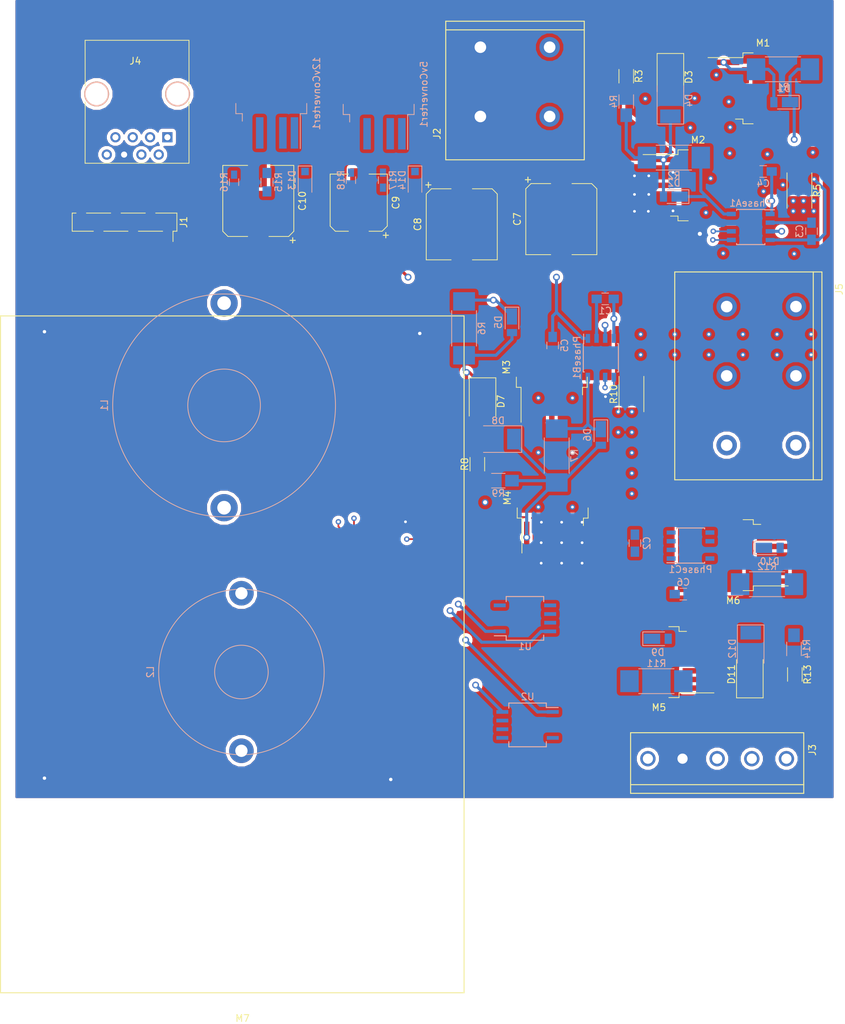
<source format=kicad_pcb>
(kicad_pcb (version 20171130) (host pcbnew 5.0.0-fee4fd1~65~ubuntu17.10.1)
  (layers (0 Front1.Cu mixed) (1 Inner2.Cu signal) (2 Inner3.Cu signal) (31 Back4.Cu mixed) (34 B.Paste user) (35 F.Paste user) (36 B.SilkS user) (37 F.SilkS user) (38 B.Mask user) (39 F.Mask user) (44 Edge.Cuts user))
  (net 0 "")
  (net 1 /GND)
  (net 2 "Net-(12vConverter1-Pad4)")
  (net 3 "Net-(12vConverter1-Pad2)")
  (net 4 /48v)
  (net 5 "Net-(5vConverter1-Pad2)")
  (net 6 "Net-(5vConverter1-Pad4)")
  (net 7 "Net-(C1-Pad1)")
  (net 8 /GateDriver/PhaseBSource)
  (net 9 /MOSFETS/PhaseC)
  (net 10 "Net-(C2-Pad1)")
  (net 11 /GateDriver/PhaseASource)
  (net 12 "Net-(C3-Pad1)")
  (net 13 /GateDriver/+12V)
  (net 14 /5v)
  (net 15 "Net-(D1-Pad2)")
  (net 16 /GateDriver/HS_A_GATE)
  (net 17 /GateDriver/LS_A_GATE)
  (net 18 "Net-(D2-Pad2)")
  (net 19 /GateDriver/HS_B_GATE)
  (net 20 "Net-(D5-Pad2)")
  (net 21 "Net-(D6-Pad2)")
  (net 22 /GateDriver/LS_B_GATE)
  (net 23 /GateDriver/HS_C_GATE)
  (net 24 "Net-(D11-Pad1)")
  (net 25 "Net-(D10-Pad2)")
  (net 26 /GateDriver/LS_C_GATE)
  (net 27 "Net-(J1-Pad5)")
  (net 28 /Microcontroller/USART_RX)
  (net 29 "Net-(J1-Pad1)")
  (net 30 "Net-(J1-Pad4)")
  (net 31 /Microcontroller/USART_TX)
  (net 32 /Microcontroller/I2C_SDA)
  (net 33 /Microcontroller/I2C_SCL)
  (net 34 "Net-(J4-Pad5)")
  (net 35 "Net-(J4-Pad4)")
  (net 36 "Net-(J4-Pad2)")
  (net 37 "Net-(J4-Pad1)")
  (net 38 /GateDriver/LS_A_TTL_PWM)
  (net 39 /GateDriver/HS_A_TTL_PWM)
  (net 40 /GateDriver/HS_B_TTL_PWM)
  (net 41 /GateDriver/LS_B_TTL_PWM)
  (net 42 /GateDriver/LS_C_TTL_PWM)
  (net 43 /GateDriver/HS_C_TTL_PWM)
  (net 44 /MOSFETS/PhaseA)
  (net 45 /MOSFETS/PhaseB)
  (net 46 /FB_A)
  (net 47 "Net-(U1-Pad4)")
  (net 48 "Net-(U2-Pad4)")
  (net 49 /FB_B)
  (net 50 /Microcontroller/HALL_C)
  (net 51 /Microcontroller/HALL_B)
  (net 52 /Microcontroller/HALL_A)
  (net 53 "Net-(M7-Pad3)")
  (net 54 "Net-(M7-Pad4)")
  (net 55 "Net-(M7-Pad6)")
  (net 56 "Net-(M7-Pad7)")
  (net 57 "Net-(M7-Pad8)")
  (net 58 "Net-(M7-Pad9)")
  (net 59 "Net-(M7-Pad10)")
  (net 60 "Net-(M7-Pad11)")
  (net 61 "Net-(M7-Pad12)")
  (net 62 "Net-(M7-Pad13)")
  (net 63 "Net-(M7-Pad14)")
  (net 64 "Net-(M7-Pad15)")
  (net 65 "Net-(M7-Pad16)")
  (net 66 "Net-(M7-Pad17)")
  (net 67 "Net-(M7-Pad18)")
  (net 68 "Net-(M7-Pad21)")
  (net 69 "Net-(M7-Pad24)")
  (net 70 "Net-(M7-Pad25)")
  (net 71 "Net-(M7-Pad32)")
  (net 72 "Net-(M7-Pad33)")
  (net 73 "Net-(M7-Pad34)")
  (net 74 "Net-(M7-Pad35)")
  (net 75 "Net-(M7-Pad36)")
  (net 76 "Net-(M7-Pad37)")
  (net 77 "Net-(M7-Pad38)")
  (net 78 "Net-(M7-Pad39)")
  (net 79 "Net-(M7-Pad42)")
  (net 80 "Net-(M7-Pad43)")
  (net 81 "Net-(M7-Pad44)")
  (net 82 "Net-(M7-Pad45)")
  (net 83 "Net-(M7-Pad46)")
  (net 84 "Net-(M7-Pad47)")
  (net 85 "Net-(M7-Pad48)")
  (net 86 "Net-(M7-Pad55)")
  (net 87 "Net-(M7-Pad56)")
  (net 88 "Net-(M7-Pad57)")
  (net 89 "Net-(M7-Pad58)")
  (net 90 "Net-(M7-Pad59)")
  (net 91 "Net-(M7-Pad60)")
  (net 92 "Net-(M7-Pad61)")
  (net 93 "Net-(M7-Pad62)")
  (net 94 "Net-(M7-Pad63)")
  (net 95 "Net-(M7-Pad64)")
  (net 96 "Net-(M7-Pad65)")
  (net 97 "Net-(M7-Pad66)")
  (net 98 "Net-(M7-Pad67)")
  (net 99 "Net-(M7-Pad68)")
  (net 100 "Net-(M7-Pad70)")
  (net 101 "Net-(M7-Pad71)")
  (net 102 "Net-(M7-Pad72)")
  (net 103 "Net-(M7-Pad73)")
  (net 104 "Net-(M7-Pad77)")
  (net 105 "Net-(M7-Pad78)")
  (net 106 "Net-(M7-Pad79)")
  (net 107 "Net-(M7-Pad80)")
  (net 108 "Net-(M7-Pad81)")
  (net 109 "Net-(M7-Pad82)")
  (net 110 "Net-(M7-Pad83)")
  (net 111 "Net-(M7-Pad84)")
  (net 112 "Net-(M7-Pad85)")
  (net 113 "Net-(M7-Pad86)")
  (net 114 "Net-(M7-Pad87)")
  (net 115 "Net-(M7-Pad88)")
  (net 116 "Net-(M7-Pad89)")
  (net 117 "Net-(M7-Pad90)")
  (net 118 "Net-(M7-Pad91)")
  (net 119 "Net-(M7-Pad92)")
  (net 120 "Net-(M7-Pad93)")
  (net 121 "Net-(M7-Pad94)")
  (net 122 "Net-(M7-Pad95)")
  (net 123 "Net-(M7-Pad96)")
  (net 124 "Net-(M7-Pad97)")
  (net 125 "Net-(M7-Pad98)")
  (module TO_SOT_Packages_SMD:TO-263-5_TabPin3 (layer Back4.Cu) (at 152.781 47.752 90)
    (fp_text reference 12vConverter1 (at 0 6.65 90) (layer B.SilkS) (effects (justify mirror)))
    (fp_text value TL2575HV)
    (pad 3 smd rect (at 0.95 -2.775 90) (size 4.55 5.25) (layers Back4.Cu B.Paste) (net 1 /GND))
    (pad 3 smd rect (at 5.8 2.775 90) (size 4.55 5.25) (layers Back4.Cu B.Paste) (net 1 /GND))
    (pad 3 smd rect (at 0.95 2.775 90) (size 4.55 5.25) (layers Back4.Cu B.Paste) (net 1 /GND))
    (pad 3 smd rect (at 5.8 -2.775 90) (size 4.55 5.25) (layers Back4.Cu B.Paste) (net 1 /GND))
    (pad 3 smd rect (at 3.375 0 90) (size 9.4 10.8) (layers Back4.Cu B.Mask) (net 1 /GND))
    (pad 5 smd rect (at -5.775 -3.4 90) (size 4.6 1.1) (layers Back4.Cu B.Paste B.Mask) (net 1 /GND))
    (pad 4 smd rect (at -5.775 -1.7 90) (size 4.6 1.1) (layers Back4.Cu B.Paste B.Mask) (net 2 "Net-(12vConverter1-Pad4)"))
    (pad 3 smd rect (at -5.775 0 90) (size 4.6 1.1) (layers Back4.Cu B.Paste B.Mask) (net 1 /GND))
    (pad 2 smd rect (at -5.775 1.7 90) (size 4.6 1.1) (layers Back4.Cu B.Paste B.Mask) (net 3 "Net-(12vConverter1-Pad2)"))
    (pad 1 smd rect (at -5.775 3.4 90) (size 4.6 1.1) (layers Back4.Cu B.Paste B.Mask) (net 4 /48v))
  )
  (module TO_SOT_Packages_SMD:TO-263-5_TabPin3 (layer Back4.Cu) (at 168.529 47.879 90)
    (fp_text reference 5vConverter1 (at 0 6.65 90) (layer B.SilkS) (effects (justify mirror)))
    (fp_text value TL2575HV)
    (pad 1 smd rect (at -5.775 3.4 90) (size 4.6 1.1) (layers Back4.Cu B.Paste B.Mask) (net 4 /48v))
    (pad 2 smd rect (at -5.775 1.7 90) (size 4.6 1.1) (layers Back4.Cu B.Paste B.Mask) (net 5 "Net-(5vConverter1-Pad2)"))
    (pad 3 smd rect (at -5.775 0 90) (size 4.6 1.1) (layers Back4.Cu B.Paste B.Mask) (net 1 /GND))
    (pad 4 smd rect (at -5.775 -1.7 90) (size 4.6 1.1) (layers Back4.Cu B.Paste B.Mask) (net 6 "Net-(5vConverter1-Pad4)"))
    (pad 5 smd rect (at -5.775 -3.4 90) (size 4.6 1.1) (layers Back4.Cu B.Paste B.Mask) (net 1 /GND))
    (pad 3 smd rect (at 3.375 0 90) (size 9.4 10.8) (layers Back4.Cu B.Mask) (net 1 /GND))
    (pad 3 smd rect (at 5.8 -2.775 90) (size 4.55 5.25) (layers Back4.Cu B.Paste) (net 1 /GND))
    (pad 3 smd rect (at 0.95 2.775 90) (size 4.55 5.25) (layers Back4.Cu B.Paste) (net 1 /GND))
    (pad 3 smd rect (at 5.8 2.775 90) (size 4.55 5.25) (layers Back4.Cu B.Paste) (net 1 /GND))
    (pad 3 smd rect (at 0.95 -2.775 90) (size 4.55 5.25) (layers Back4.Cu B.Paste) (net 1 /GND))
  )
  (module Capacitors_SMD:C_0805_HandSoldering (layer Back4.Cu) (at 201.760962 77.866715)
    (fp_text reference C1 (at 0 1.75) (layer B.SilkS) (effects (justify mirror)))
    (fp_text value 0.1u)
    (pad 1 smd rect (at -1.25 0) (size 1.5 1.25) (layers Back4.Cu B.Paste B.Mask) (net 7 "Net-(C1-Pad1)"))
    (pad 2 smd rect (at 1.25 0) (size 1.5 1.25) (layers Back4.Cu B.Paste B.Mask) (net 8 /GateDriver/PhaseBSource))
  )
  (module Capacitors_SMD:C_0805_HandSoldering (layer Back4.Cu) (at 206.121 113.685 90)
    (fp_text reference C2 (at 0 1.75 90) (layer B.SilkS) (effects (justify mirror)))
    (fp_text value 0.1u)
    (pad 2 smd rect (at 1.25 0 90) (size 1.5 1.25) (layers Back4.Cu B.Paste B.Mask) (net 9 /MOSFETS/PhaseC))
    (pad 1 smd rect (at -1.25 0 90) (size 1.5 1.25) (layers Back4.Cu B.Paste B.Mask) (net 10 "Net-(C2-Pad1)"))
  )
  (module Capacitors_SMD:C_0805_HandSoldering (layer Back4.Cu) (at 232.029 67.945 270)
    (fp_text reference C3 (at 0 1.75 270) (layer B.SilkS) (effects (justify mirror)))
    (fp_text value 0.1u)
    (pad 2 smd rect (at 1.25 0 270) (size 1.5 1.25) (layers Back4.Cu B.Paste B.Mask) (net 11 /GateDriver/PhaseASource))
    (pad 1 smd rect (at -1.25 0 270) (size 1.5 1.25) (layers Back4.Cu B.Paste B.Mask) (net 12 "Net-(C3-Pad1)"))
  )
  (module Capacitors_SMD:C_0805_HandSoldering (layer Back4.Cu) (at 224.937 59.182)
    (fp_text reference C4 (at 0 1.75) (layer B.SilkS) (effects (justify mirror)))
    (fp_text value 1.0u)
    (pad 1 smd rect (at -1.25 0) (size 1.5 1.25) (layers Back4.Cu B.Paste B.Mask) (net 1 /GND))
    (pad 2 smd rect (at 1.25 0) (size 1.5 1.25) (layers Back4.Cu B.Paste B.Mask) (net 13 /GateDriver/+12V))
  )
  (module Capacitors_SMD:C_0805_HandSoldering (layer Back4.Cu) (at 194.056 84.689 90)
    (fp_text reference C5 (at 0 1.75 90) (layer B.SilkS) (effects (justify mirror)))
    (fp_text value 1.0u)
    (pad 1 smd rect (at -1.25 0 90) (size 1.5 1.25) (layers Back4.Cu B.Paste B.Mask) (net 1 /GND))
    (pad 2 smd rect (at 1.25 0 90) (size 1.5 1.25) (layers Back4.Cu B.Paste B.Mask) (net 13 /GateDriver/+12V))
  )
  (module Capacitors_SMD:C_0805_HandSoldering (layer Back4.Cu) (at 213.213 121.158 180)
    (fp_text reference C6 (at 0 1.75 180) (layer B.SilkS) (effects (justify mirror)))
    (fp_text value 1.0u)
    (pad 2 smd rect (at 1.25 0 180) (size 1.5 1.25) (layers Back4.Cu B.Paste B.Mask) (net 13 /GateDriver/+12V))
    (pad 1 smd rect (at -1.25 0 180) (size 1.5 1.25) (layers Back4.Cu B.Paste B.Mask) (net 1 /GND))
  )
  (module Capacitors_SMD:CP_Elec_10x10 (layer Front1.Cu) (at 195.326 66.167 270)
    (fp_text reference C7 (at 0 6.46 270) (layer F.SilkS))
    (fp_text value 100uF)
    (fp_text user + (at -5.78 4.97 270) (layer F.SilkS))
    (pad 2 smd rect (at 4 0 90) (size 4 2.5) (layers Front1.Cu F.Paste F.Mask) (net 1 /GND))
    (pad 1 smd rect (at -4 0 90) (size 4 2.5) (layers Front1.Cu F.Paste F.Mask) (net 4 /48v))
  )
  (module Capacitors_SMD:CP_Elec_10x10 (layer Front1.Cu) (at 180.721 66.929 270)
    (fp_text reference C8 (at 0 6.46 270) (layer F.SilkS))
    (fp_text value 100uF)
    (fp_text user + (at -5.78 4.97 270) (layer F.SilkS))
    (pad 1 smd rect (at -4 0 90) (size 4 2.5) (layers Front1.Cu F.Paste F.Mask) (net 4 /48v))
    (pad 2 smd rect (at 4 0 90) (size 4 2.5) (layers Front1.Cu F.Paste F.Mask) (net 1 /GND))
  )
  (module Capacitors_SMD:CP_Elec_8x10 (layer Front1.Cu) (at 165.608 63.754 90)
    (fp_text reference C9 (at 0 5.45 90) (layer F.SilkS))
    (fp_text value 330uF)
    (fp_text user + (at -4.78 3.9 90) (layer F.SilkS))
    (pad 2 smd rect (at 3.05 0 270) (size 4 2.5) (layers Front1.Cu F.Paste F.Mask) (net 1 /GND))
    (pad 1 smd rect (at -3.05 0 270) (size 4 2.5) (layers Front1.Cu F.Paste F.Mask) (net 13 /GateDriver/+12V))
  )
  (module Capacitors_SMD:CP_Elec_10x10 (layer Front1.Cu) (at 150.876 63.5 90)
    (fp_text reference C10 (at 0 6.46 90) (layer F.SilkS))
    (fp_text value 1200uF)
    (fp_text user + (at -5.78 4.97 90) (layer F.SilkS))
    (pad 2 smd rect (at 4 0 270) (size 4 2.5) (layers Front1.Cu F.Paste F.Mask) (net 1 /GND))
    (pad 1 smd rect (at -4 0 270) (size 4 2.5) (layers Front1.Cu F.Paste F.Mask) (net 14 /5v))
  )
  (module Diodes_SMD:D_PowerDI-123 (layer Back4.Cu) (at 228.0285 49.022 180)
    (fp_text reference D1 (at 0 2 180) (layer B.SilkS) (effects (justify mirror)))
    (fp_text value DFLS1100-7)
    (pad 2 smd rect (at 1.525 0) (size 1.05 1.5) (layers Back4.Cu B.Paste B.Mask) (net 15 "Net-(D1-Pad2)"))
    (pad 1 smd rect (at -0.85 0) (size 2.4 1.5) (layers Back4.Cu B.Paste B.Mask) (net 16 /GateDriver/HS_A_GATE))
  )
  (module Diodes_SMD:D_PowerDI-123 (layer Back4.Cu) (at 211.836 62.865 180)
    (fp_text reference D2 (at 0 2 180) (layer B.SilkS) (effects (justify mirror)))
    (fp_text value DFLS1100-7)
    (pad 1 smd rect (at -0.85 0) (size 2.4 1.5) (layers Back4.Cu B.Paste B.Mask) (net 17 /GateDriver/LS_A_GATE))
    (pad 2 smd rect (at 1.525 0) (size 1.05 1.5) (layers Back4.Cu B.Paste B.Mask) (net 18 "Net-(D2-Pad2)"))
  )
  (module Diodes_SMD:D_2114 (layer Front1.Cu) (at 211.328 45.339 270)
    (fp_text reference D3 (at 0 -2.7 270) (layer F.SilkS))
    (fp_text value SMBJ14A-13-F)
    (pad 1 smd rect (at -2.325 0 270) (size 2 3) (layers Front1.Cu F.Paste F.Mask) (net 15 "Net-(D1-Pad2)"))
    (pad 2 smd rect (at 2.325 0 270) (size 2 3) (layers Front1.Cu F.Paste F.Mask) (net 11 /GateDriver/PhaseASource))
  )
  (module Diodes_SMD:D_2114 (layer Back4.Cu) (at 211.328 48.768 90)
    (fp_text reference D4 (at 0 2.7 90) (layer B.SilkS) (effects (justify mirror)))
    (fp_text value SMBJ14A-13-F)
    (pad 2 smd rect (at 2.325 0 90) (size 2 3) (layers Back4.Cu B.Paste B.Mask) (net 1 /GND))
    (pad 1 smd rect (at -2.325 0 90) (size 2 3) (layers Back4.Cu B.Paste B.Mask) (net 18 "Net-(D2-Pad2)"))
  )
  (module Diodes_SMD:D_PowerDI-123 (layer Back4.Cu) (at 188.087 81.28 270)
    (fp_text reference D5 (at 0 2 270) (layer B.SilkS) (effects (justify mirror)))
    (fp_text value DFLS1100-7)
    (pad 1 smd rect (at -0.85 0 90) (size 2.4 1.5) (layers Back4.Cu B.Paste B.Mask) (net 19 /GateDriver/HS_B_GATE))
    (pad 2 smd rect (at 1.525 0 90) (size 1.05 1.5) (layers Back4.Cu B.Paste B.Mask) (net 20 "Net-(D5-Pad2)"))
  )
  (module Diodes_SMD:D_PowerDI-123 (layer Back4.Cu) (at 201.125962 97.804715 270)
    (fp_text reference D6 (at 0 2 270) (layer B.SilkS) (effects (justify mirror)))
    (fp_text value DFLS1100-7)
    (pad 2 smd rect (at 1.525 0 90) (size 1.05 1.5) (layers Back4.Cu B.Paste B.Mask) (net 21 "Net-(D6-Pad2)"))
    (pad 1 smd rect (at -0.85 0 90) (size 2.4 1.5) (layers Back4.Cu B.Paste B.Mask) (net 22 /GateDriver/LS_B_GATE))
  )
  (module Diodes_SMD:D_2114 (layer Front1.Cu) (at 183.769 92.9005 270)
    (fp_text reference D7 (at 0 -2.7 270) (layer F.SilkS))
    (fp_text value SMBJ14A-13-F)
    (pad 2 smd rect (at 2.325 0 270) (size 2 3) (layers Front1.Cu F.Paste F.Mask) (net 8 /GateDriver/PhaseBSource))
    (pad 1 smd rect (at -2.325 0 270) (size 2 3) (layers Front1.Cu F.Paste F.Mask) (net 20 "Net-(D5-Pad2)"))
  )
  (module Diodes_SMD:D_2114 (layer Back4.Cu) (at 186.055 98.425 180)
    (fp_text reference D8 (at 0 2.7 180) (layer B.SilkS) (effects (justify mirror)))
    (fp_text value SMBJ14A-13-F)
    (pad 1 smd rect (at -2.325 0 180) (size 2 3) (layers Back4.Cu B.Paste B.Mask) (net 21 "Net-(D6-Pad2)"))
    (pad 2 smd rect (at 2.325 0 180) (size 2 3) (layers Back4.Cu B.Paste B.Mask) (net 1 /GND))
  )
  (module Diodes_SMD:D_PowerDI-123 (layer Back4.Cu) (at 209.476905 127.700991)
    (fp_text reference D9 (at 0 2) (layer B.SilkS) (effects (justify mirror)))
    (fp_text value DFLS1100-7)
    (pad 1 smd rect (at -0.85 0 180) (size 2.4 1.5) (layers Back4.Cu B.Paste B.Mask) (net 23 /GateDriver/HS_C_GATE))
    (pad 2 smd rect (at 1.525 0 180) (size 1.05 1.5) (layers Back4.Cu B.Paste B.Mask) (net 24 "Net-(D11-Pad1)"))
  )
  (module Diodes_SMD:D_PowerDI-123 (layer Back4.Cu) (at 225.897905 114.365991)
    (fp_text reference D10 (at 0 2) (layer B.SilkS) (effects (justify mirror)))
    (fp_text value DFLS1100-7)
    (pad 2 smd rect (at 1.525 0 180) (size 1.05 1.5) (layers Back4.Cu B.Paste B.Mask) (net 25 "Net-(D10-Pad2)"))
    (pad 1 smd rect (at -0.85 0 180) (size 2.4 1.5) (layers Back4.Cu B.Paste B.Mask) (net 26 /GateDriver/LS_C_GATE))
  )
  (module Diodes_SMD:D_2114 (layer Front1.Cu) (at 222.977905 132.907991 90)
    (fp_text reference D11 (at 0 -2.7 90) (layer F.SilkS))
    (fp_text value SMBJ14A-13-F)
    (pad 1 smd rect (at -2.325 0 90) (size 2 3) (layers Front1.Cu F.Paste F.Mask) (net 24 "Net-(D11-Pad1)"))
    (pad 2 smd rect (at 2.325 0 90) (size 2 3) (layers Front1.Cu F.Paste F.Mask) (net 9 /MOSFETS/PhaseC))
  )
  (module Diodes_SMD:D_2114 (layer Back4.Cu) (at 223.104905 129.136991 270)
    (fp_text reference D12 (at 0 2.7 270) (layer B.SilkS) (effects (justify mirror)))
    (fp_text value SMBJ14A-13-F)
    (pad 2 smd rect (at 2.325 0 270) (size 2 3) (layers Back4.Cu B.Paste B.Mask) (net 1 /GND))
    (pad 1 smd rect (at -2.325 0 270) (size 2 3) (layers Back4.Cu B.Paste B.Mask) (net 25 "Net-(D10-Pad2)"))
  )
  (module Diodes_SMD:D_SOD-123F (layer Back4.Cu) (at 157.734 60.579 270)
    (fp_text reference D13 (at -0.127 1.905 270) (layer B.SilkS) (effects (justify mirror)))
    (fp_text value NRVTS260ESFT1G)
    (pad 1 smd rect (at -1.4 0 270) (size 1.1 1.1) (layers Back4.Cu B.Paste B.Mask) (net 3 "Net-(12vConverter1-Pad2)"))
    (pad 2 smd rect (at 1.4 0 270) (size 1.1 1.1) (layers Back4.Cu B.Paste B.Mask) (net 1 /GND))
  )
  (module Diodes_SMD:D_SOD-123F (layer Back4.Cu) (at 173.863 60.579 270)
    (fp_text reference D14 (at -0.127 1.905 270) (layer B.SilkS) (effects (justify mirror)))
    (fp_text value NRVTS260ESFT1G)
    (pad 2 smd rect (at 1.4 0 270) (size 1.1 1.1) (layers Back4.Cu B.Paste B.Mask) (net 1 /GND))
    (pad 1 smd rect (at -1.4 0 270) (size 1.1 1.1) (layers Back4.Cu B.Paste B.Mask) (net 5 "Net-(5vConverter1-Pad2)"))
  )
  (module Pin_Headers:Pin_Header_Straight_1x06_Pitch2.54mm_SMD_Pin1Right (layer Front1.Cu) (at 131.2545 66.6115 270)
    (fp_text reference J1 (at 0 -8.68 270) (layer F.SilkS))
    (fp_text value Conn_01x06)
    (pad 5 smd rect (at 1.655 3.81 270) (size 2.51 1) (layers Front1.Cu F.Paste F.Mask) (net 27 "Net-(J1-Pad5)"))
    (pad 3 smd rect (at 1.655 -1.27 270) (size 2.51 1) (layers Front1.Cu F.Paste F.Mask) (net 28 /Microcontroller/USART_RX))
    (pad 1 smd rect (at 1.655 -6.35 270) (size 2.51 1) (layers Front1.Cu F.Paste F.Mask) (net 29 "Net-(J1-Pad1)"))
    (pad 6 smd rect (at -1.655 6.35 270) (size 2.51 1) (layers Front1.Cu F.Paste F.Mask) (net 1 /GND))
    (pad 4 smd rect (at -1.655 1.27 270) (size 2.51 1) (layers Front1.Cu F.Paste F.Mask) (net 30 "Net-(J1-Pad4)"))
    (pad 2 smd rect (at -1.655 -3.81 270) (size 2.51 1) (layers Front1.Cu F.Paste F.Mask) (net 31 /Microcontroller/USART_TX))
  )
  (module Connectors:RJ45_8 (layer Front1.Cu) (at 137.541 54.1655 180)
    (fp_text reference J4 (at 4.7 11.18 180) (layer F.SilkS))
    (fp_text value RJ45)
    (pad 8 thru_hole circle (at 8.89 -2.54 180) (size 1.5 1.5) (drill 0.9) (layers *.Cu *.Mask) (net 32 /Microcontroller/I2C_SDA))
    (pad 7 thru_hole circle (at 7.62 0 180) (size 1.5 1.5) (drill 0.9) (layers *.Cu *.Mask) (net 33 /Microcontroller/I2C_SCL))
    (pad 6 thru_hole circle (at 6.35 -2.54 180) (size 1.5 1.5) (drill 0.9) (layers *.Cu *.Mask) (net 1 /GND))
    (pad 5 thru_hole circle (at 5.08 0 180) (size 1.5 1.5) (drill 0.9) (layers *.Cu *.Mask) (net 34 "Net-(J4-Pad5)"))
    (pad 4 thru_hole circle (at 3.81 -2.54 180) (size 1.5 1.5) (drill 0.9) (layers *.Cu *.Mask) (net 35 "Net-(J4-Pad4)"))
    (pad 3 thru_hole circle (at 2.54 0 180) (size 1.5 1.5) (drill 0.9) (layers *.Cu *.Mask) (net 14 /5v))
    (pad 2 thru_hole circle (at 1.27 -2.54 180) (size 1.5 1.5) (drill 0.9) (layers *.Cu *.Mask) (net 36 "Net-(J4-Pad2)"))
    (pad 1 thru_hole rect (at 0 0 180) (size 1.5 1.5) (drill 0.9) (layers *.Cu *.Mask) (net 37 "Net-(J4-Pad1)"))
    (pad Hole np_thru_hole circle (at -1.49 6.35 180) (size 3.65 3.65) (drill 3.25) (layers *.Cu *.SilkS *.Mask))
    (pad Hole np_thru_hole circle (at 10.38 6.35 180) (size 3.65 3.65) (drill 3.25) (layers *.Cu *.SilkS *.Mask))
  )
  (module Inductors_THT:L_Toroid_Horizontal_D32.5mm_P30.00mm_Bourns_2300 (layer Back4.Cu) (at 145.8595 78.486 270)
    (fp_text reference L1 (at 15 17.56 270) (layer B.SilkS) (effects (justify mirror)))
    (fp_text value 680uH)
    (pad 2 thru_hole circle (at 30 0 270) (size 4 4) (drill 2) (layers *.Cu *.Mask) (net 13 /GateDriver/+12V))
    (pad 1 thru_hole circle (at 0 0 270) (size 4 4) (drill 2) (layers *.Cu *.Mask) (net 3 "Net-(12vConverter1-Pad2)"))
  )
  (module Inductors_THT:L_Toroid_Horizontal_D24.1mm_P23.10mm_Bourns_2200 (layer Back4.Cu) (at 148.3995 121.031 270)
    (fp_text reference L2 (at 11.55 13.36 270) (layer B.SilkS) (effects (justify mirror)))
    (fp_text value 330uH)
    (pad 2 thru_hole circle (at 23.1 0 270) (size 3.6 3.6) (drill 1.8) (layers *.Cu *.Mask) (net 14 /5v))
    (pad 1 thru_hole circle (at 0 0 270) (size 3.6 3.6) (drill 1.8) (layers *.Cu *.Mask) (net 5 "Net-(5vConverter1-Pad2)"))
  )
  (module TO_SOT_Packages_SMD:TO-263-7_TabPin4 (layer Front1.Cu) (at 224.917 46.99)
    (fp_text reference M1 (at 0 -6.65) (layer F.SilkS))
    (fp_text value IPB044N15N5)
    (pad 4 smd rect (at 0.95 2.775) (size 4.55 5.25) (layers Front1.Cu F.Paste) (net 4 /48v))
    (pad 4 smd rect (at 5.8 -2.775) (size 4.55 5.25) (layers Front1.Cu F.Paste) (net 4 /48v))
    (pad 4 smd rect (at 0.95 -2.775) (size 4.55 5.25) (layers Front1.Cu F.Paste) (net 4 /48v))
    (pad 4 smd rect (at 5.8 2.775) (size 4.55 5.25) (layers Front1.Cu F.Paste) (net 4 /48v))
    (pad 4 smd rect (at 3.375 0) (size 9.4 10.8) (layers Front1.Cu F.Mask) (net 4 /48v))
    (pad 7 smd rect (at -5.775 3.81) (size 4.6 0.8) (layers Front1.Cu F.Paste F.Mask) (net 11 /GateDriver/PhaseASource))
    (pad 6 smd rect (at -5.775 2.54) (size 4.6 0.8) (layers Front1.Cu F.Paste F.Mask) (net 11 /GateDriver/PhaseASource))
    (pad 5 smd rect (at -5.775 1.27) (size 4.6 0.8) (layers Front1.Cu F.Paste F.Mask) (net 11 /GateDriver/PhaseASource))
    (pad 4 smd rect (at -5.775 0) (size 4.6 0.8) (layers Front1.Cu F.Paste F.Mask) (net 4 /48v))
    (pad 3 smd rect (at -5.775 -1.27) (size 4.6 0.8) (layers Front1.Cu F.Paste F.Mask) (net 11 /GateDriver/PhaseASource))
    (pad 2 smd rect (at -5.775 -2.54) (size 4.6 0.8) (layers Front1.Cu F.Paste F.Mask) (net 11 /GateDriver/PhaseASource))
    (pad 1 smd rect (at -5.775 -3.81) (size 4.6 0.8) (layers Front1.Cu F.Paste F.Mask) (net 15 "Net-(D1-Pad2)"))
  )
  (module TO_SOT_Packages_SMD:TO-263-7_TabPin4 (layer Front1.Cu) (at 215.392 61.214)
    (fp_text reference M2 (at 0 -6.65) (layer F.SilkS))
    (fp_text value IPB044N15N5)
    (pad 1 smd rect (at -5.775 -3.81) (size 4.6 0.8) (layers Front1.Cu F.Paste F.Mask) (net 18 "Net-(D2-Pad2)"))
    (pad 2 smd rect (at -5.775 -2.54) (size 4.6 0.8) (layers Front1.Cu F.Paste F.Mask) (net 1 /GND))
    (pad 3 smd rect (at -5.775 -1.27) (size 4.6 0.8) (layers Front1.Cu F.Paste F.Mask) (net 1 /GND))
    (pad 4 smd rect (at -5.775 0) (size 4.6 0.8) (layers Front1.Cu F.Paste F.Mask) (net 11 /GateDriver/PhaseASource))
    (pad 5 smd rect (at -5.775 1.27) (size 4.6 0.8) (layers Front1.Cu F.Paste F.Mask) (net 1 /GND))
    (pad 6 smd rect (at -5.775 2.54) (size 4.6 0.8) (layers Front1.Cu F.Paste F.Mask) (net 1 /GND))
    (pad 7 smd rect (at -5.775 3.81) (size 4.6 0.8) (layers Front1.Cu F.Paste F.Mask) (net 1 /GND))
    (pad 4 smd rect (at 3.375 0) (size 9.4 10.8) (layers Front1.Cu F.Mask) (net 11 /GateDriver/PhaseASource))
    (pad 4 smd rect (at 5.8 2.775) (size 4.55 5.25) (layers Front1.Cu F.Paste) (net 11 /GateDriver/PhaseASource))
    (pad 4 smd rect (at 0.95 -2.775) (size 4.55 5.25) (layers Front1.Cu F.Paste) (net 11 /GateDriver/PhaseASource))
    (pad 4 smd rect (at 5.8 -2.775) (size 4.55 5.25) (layers Front1.Cu F.Paste) (net 11 /GateDriver/PhaseASource))
    (pad 4 smd rect (at 0.95 2.775) (size 4.55 5.25) (layers Front1.Cu F.Paste) (net 11 /GateDriver/PhaseASource))
  )
  (module TO_SOT_Packages_SMD:TO-263-7_TabPin4 (layer Front1.Cu) (at 193.929 87.884 90)
    (fp_text reference M3 (at 0 -6.65 90) (layer F.SilkS))
    (fp_text value IPB044N15N5)
    (pad 1 smd rect (at -5.775 -3.81 90) (size 4.6 0.8) (layers Front1.Cu F.Paste F.Mask) (net 20 "Net-(D5-Pad2)"))
    (pad 2 smd rect (at -5.775 -2.54 90) (size 4.6 0.8) (layers Front1.Cu F.Paste F.Mask) (net 8 /GateDriver/PhaseBSource))
    (pad 3 smd rect (at -5.775 -1.27 90) (size 4.6 0.8) (layers Front1.Cu F.Paste F.Mask) (net 8 /GateDriver/PhaseBSource))
    (pad 4 smd rect (at -5.775 0 90) (size 4.6 0.8) (layers Front1.Cu F.Paste F.Mask) (net 4 /48v))
    (pad 5 smd rect (at -5.775 1.27 90) (size 4.6 0.8) (layers Front1.Cu F.Paste F.Mask) (net 8 /GateDriver/PhaseBSource))
    (pad 6 smd rect (at -5.775 2.54 90) (size 4.6 0.8) (layers Front1.Cu F.Paste F.Mask) (net 8 /GateDriver/PhaseBSource))
    (pad 7 smd rect (at -5.775 3.81 90) (size 4.6 0.8) (layers Front1.Cu F.Paste F.Mask) (net 8 /GateDriver/PhaseBSource))
    (pad 4 smd rect (at 3.375 0 90) (size 9.4 10.8) (layers Front1.Cu F.Mask) (net 4 /48v))
    (pad 4 smd rect (at 5.8 2.775 90) (size 4.55 5.25) (layers Front1.Cu F.Paste) (net 4 /48v))
    (pad 4 smd rect (at 0.95 -2.775 90) (size 4.55 5.25) (layers Front1.Cu F.Paste) (net 4 /48v))
    (pad 4 smd rect (at 5.8 -2.775 90) (size 4.55 5.25) (layers Front1.Cu F.Paste) (net 4 /48v))
    (pad 4 smd rect (at 0.95 2.775 90) (size 4.55 5.25) (layers Front1.Cu F.Paste) (net 4 /48v))
  )
  (module TO_SOT_Packages_SMD:TO-263-7_TabPin4 (layer Front1.Cu) (at 194.056 107.061 90)
    (fp_text reference M4 (at 0 -6.65 90) (layer F.SilkS))
    (fp_text value IPB044N15N5)
    (pad 4 smd rect (at 0.95 2.775 90) (size 4.55 5.25) (layers Front1.Cu F.Paste) (net 8 /GateDriver/PhaseBSource))
    (pad 4 smd rect (at 5.8 -2.775 90) (size 4.55 5.25) (layers Front1.Cu F.Paste) (net 8 /GateDriver/PhaseBSource))
    (pad 4 smd rect (at 0.95 -2.775 90) (size 4.55 5.25) (layers Front1.Cu F.Paste) (net 8 /GateDriver/PhaseBSource))
    (pad 4 smd rect (at 5.8 2.775 90) (size 4.55 5.25) (layers Front1.Cu F.Paste) (net 8 /GateDriver/PhaseBSource))
    (pad 4 smd rect (at 3.375 0 90) (size 9.4 10.8) (layers Front1.Cu F.Mask) (net 8 /GateDriver/PhaseBSource))
    (pad 7 smd rect (at -5.775 3.81 90) (size 4.6 0.8) (layers Front1.Cu F.Paste F.Mask) (net 1 /GND))
    (pad 6 smd rect (at -5.775 2.54 90) (size 4.6 0.8) (layers Front1.Cu F.Paste F.Mask) (net 1 /GND))
    (pad 5 smd rect (at -5.775 1.27 90) (size 4.6 0.8) (layers Front1.Cu F.Paste F.Mask) (net 1 /GND))
    (pad 4 smd rect (at -5.775 0 90) (size 4.6 0.8) (layers Front1.Cu F.Paste F.Mask) (net 8 /GateDriver/PhaseBSource))
    (pad 3 smd rect (at -5.775 -1.27 90) (size 4.6 0.8) (layers Front1.Cu F.Paste F.Mask) (net 1 /GND))
    (pad 2 smd rect (at -5.775 -2.54 90) (size 4.6 0.8) (layers Front1.Cu F.Paste F.Mask) (net 1 /GND))
    (pad 1 smd rect (at -5.775 -3.81 90) (size 4.6 0.8) (layers Front1.Cu F.Paste F.Mask) (net 21 "Net-(D6-Pad2)"))
  )
  (module TO_SOT_Packages_SMD:TO-263-7_TabPin4 (layer Front1.Cu) (at 209.642905 131.129991 180)
    (fp_text reference M5 (at 0 -6.65 180) (layer F.SilkS))
    (fp_text value IPB044N15N5)
    (pad 4 smd rect (at 0.95 2.775 180) (size 4.55 5.25) (layers Front1.Cu F.Paste) (net 4 /48v))
    (pad 4 smd rect (at 5.8 -2.775 180) (size 4.55 5.25) (layers Front1.Cu F.Paste) (net 4 /48v))
    (pad 4 smd rect (at 0.95 -2.775 180) (size 4.55 5.25) (layers Front1.Cu F.Paste) (net 4 /48v))
    (pad 4 smd rect (at 5.8 2.775 180) (size 4.55 5.25) (layers Front1.Cu F.Paste) (net 4 /48v))
    (pad 4 smd rect (at 3.375 0 180) (size 9.4 10.8) (layers Front1.Cu F.Mask) (net 4 /48v))
    (pad 7 smd rect (at -5.775 3.81 180) (size 4.6 0.8) (layers Front1.Cu F.Paste F.Mask) (net 9 /MOSFETS/PhaseC))
    (pad 6 smd rect (at -5.775 2.54 180) (size 4.6 0.8) (layers Front1.Cu F.Paste F.Mask) (net 9 /MOSFETS/PhaseC))
    (pad 5 smd rect (at -5.775 1.27 180) (size 4.6 0.8) (layers Front1.Cu F.Paste F.Mask) (net 9 /MOSFETS/PhaseC))
    (pad 4 smd rect (at -5.775 0 180) (size 4.6 0.8) (layers Front1.Cu F.Paste F.Mask) (net 4 /48v))
    (pad 3 smd rect (at -5.775 -1.27 180) (size 4.6 0.8) (layers Front1.Cu F.Paste F.Mask) (net 9 /MOSFETS/PhaseC))
    (pad 2 smd rect (at -5.775 -2.54 180) (size 4.6 0.8) (layers Front1.Cu F.Paste F.Mask) (net 9 /MOSFETS/PhaseC))
    (pad 1 smd rect (at -5.775 -3.81 180) (size 4.6 0.8) (layers Front1.Cu F.Paste F.Mask) (net 24 "Net-(D11-Pad1)"))
  )
  (module TO_SOT_Packages_SMD:TO-263-7_TabPin4 (layer Front1.Cu) (at 220.5355 115.443 180)
    (fp_text reference M6 (at 0 -6.65 180) (layer F.SilkS))
    (fp_text value IPB044N15N5)
    (pad 1 smd rect (at -5.775 -3.81 180) (size 4.6 0.8) (layers Front1.Cu F.Paste F.Mask) (net 25 "Net-(D10-Pad2)"))
    (pad 2 smd rect (at -5.775 -2.54 180) (size 4.6 0.8) (layers Front1.Cu F.Paste F.Mask) (net 1 /GND))
    (pad 3 smd rect (at -5.775 -1.27 180) (size 4.6 0.8) (layers Front1.Cu F.Paste F.Mask) (net 1 /GND))
    (pad 4 smd rect (at -5.775 0 180) (size 4.6 0.8) (layers Front1.Cu F.Paste F.Mask) (net 9 /MOSFETS/PhaseC))
    (pad 5 smd rect (at -5.775 1.27 180) (size 4.6 0.8) (layers Front1.Cu F.Paste F.Mask) (net 1 /GND))
    (pad 6 smd rect (at -5.775 2.54 180) (size 4.6 0.8) (layers Front1.Cu F.Paste F.Mask) (net 1 /GND))
    (pad 7 smd rect (at -5.775 3.81 180) (size 4.6 0.8) (layers Front1.Cu F.Paste F.Mask) (net 1 /GND))
    (pad 4 smd rect (at 3.375 0 180) (size 9.4 10.8) (layers Front1.Cu F.Mask) (net 9 /MOSFETS/PhaseC))
    (pad 4 smd rect (at 5.8 2.775 180) (size 4.55 5.25) (layers Front1.Cu F.Paste) (net 9 /MOSFETS/PhaseC))
    (pad 4 smd rect (at 0.95 -2.775 180) (size 4.55 5.25) (layers Front1.Cu F.Paste) (net 9 /MOSFETS/PhaseC))
    (pad 4 smd rect (at 5.8 -2.775 180) (size 4.55 5.25) (layers Front1.Cu F.Paste) (net 9 /MOSFETS/PhaseC))
    (pad 4 smd rect (at 0.95 2.775 180) (size 4.55 5.25) (layers Front1.Cu F.Paste) (net 9 /MOSFETS/PhaseC))
  )
  (module Housings_SOIC:Infineon_PG-DSO-8-43 (layer Back4.Cu) (at 223.1115 67.322 180)
    (fp_text reference PhaseA1 (at 0 3.5 180) (layer B.SilkS) (effects (justify mirror)))
    (fp_text value UCC2720xA)
    (pad 9 smd rect (at -0.6625 0.75 180) (size 1.325 1.5) (layers Back4.Cu B.Paste B.Mask) (net 1 /GND))
    (pad 9 smd rect (at -0.6625 -0.75 180) (size 1.325 1.5) (layers Back4.Cu B.Paste B.Mask) (net 1 /GND))
    (pad 9 smd rect (at 0.6625 0.75 180) (size 1.325 1.5) (layers Back4.Cu B.Paste B.Mask) (net 1 /GND))
    (pad 9 smd rect (at 0.6625 -0.75 180) (size 1.325 1.5) (layers Back4.Cu B.Paste B.Mask) (net 1 /GND))
    (pad 8 smd rect (at 2.845 1.905 180) (size 1.31 0.65) (layers Back4.Cu B.Paste B.Mask) (net 17 /GateDriver/LS_A_GATE))
    (pad 7 smd rect (at 2.845 0.635 180) (size 1.31 0.65) (layers Back4.Cu B.Paste B.Mask) (net 1 /GND))
    (pad 6 smd rect (at 2.845 -0.635 180) (size 1.31 0.65) (layers Back4.Cu B.Paste B.Mask) (net 38 /GateDriver/LS_A_TTL_PWM))
    (pad 5 smd rect (at 2.845 -1.905 180) (size 1.31 0.65) (layers Back4.Cu B.Paste B.Mask) (net 39 /GateDriver/HS_A_TTL_PWM))
    (pad 4 smd rect (at -2.845 -1.905 180) (size 1.31 0.6) (layers Back4.Cu B.Paste B.Mask) (net 11 /GateDriver/PhaseASource))
    (pad 3 smd rect (at -2.845 -0.635 180) (size 1.31 0.65) (layers Back4.Cu B.Paste B.Mask) (net 16 /GateDriver/HS_A_GATE))
    (pad 2 smd rect (at -2.845 0.635 180) (size 1.31 0.65) (layers Back4.Cu B.Paste B.Mask) (net 12 "Net-(C3-Pad1)"))
    (pad 1 smd rect (at -2.845 1.905 180) (size 1.31 0.65) (layers Back4.Cu B.Paste B.Mask) (net 13 /GateDriver/+12V))
  )
  (module Housings_SOIC:Infineon_PG-DSO-8-43 (layer Back4.Cu) (at 201.125962 86.502715 270)
    (fp_text reference PhaseB1 (at 0 3.5 270) (layer B.SilkS) (effects (justify mirror)))
    (fp_text value UCC2720xA)
    (pad 1 smd rect (at -2.845 1.905 270) (size 1.31 0.65) (layers Back4.Cu B.Paste B.Mask) (net 13 /GateDriver/+12V))
    (pad 2 smd rect (at -2.845 0.635 270) (size 1.31 0.65) (layers Back4.Cu B.Paste B.Mask) (net 7 "Net-(C1-Pad1)"))
    (pad 3 smd rect (at -2.845 -0.635 270) (size 1.31 0.65) (layers Back4.Cu B.Paste B.Mask) (net 19 /GateDriver/HS_B_GATE))
    (pad 4 smd rect (at -2.845 -1.905 270) (size 1.31 0.6) (layers Back4.Cu B.Paste B.Mask) (net 8 /GateDriver/PhaseBSource))
    (pad 5 smd rect (at 2.845 -1.905 270) (size 1.31 0.65) (layers Back4.Cu B.Paste B.Mask) (net 40 /GateDriver/HS_B_TTL_PWM))
    (pad 6 smd rect (at 2.845 -0.635 270) (size 1.31 0.65) (layers Back4.Cu B.Paste B.Mask) (net 41 /GateDriver/LS_B_TTL_PWM))
    (pad 7 smd rect (at 2.845 0.635 270) (size 1.31 0.65) (layers Back4.Cu B.Paste B.Mask) (net 1 /GND))
    (pad 8 smd rect (at 2.845 1.905 270) (size 1.31 0.65) (layers Back4.Cu B.Paste B.Mask) (net 22 /GateDriver/LS_B_GATE))
    (pad 9 smd rect (at 0.6625 -0.75 270) (size 1.325 1.5) (layers Back4.Cu B.Paste B.Mask) (net 1 /GND))
    (pad 9 smd rect (at 0.6625 0.75 270) (size 1.325 1.5) (layers Back4.Cu B.Paste B.Mask) (net 1 /GND))
    (pad 9 smd rect (at -0.6625 -0.75 270) (size 1.325 1.5) (layers Back4.Cu B.Paste B.Mask) (net 1 /GND))
    (pad 9 smd rect (at -0.6625 0.75 270) (size 1.325 1.5) (layers Back4.Cu B.Paste B.Mask) (net 1 /GND))
  )
  (module Housings_SOIC:Infineon_PG-DSO-8-43 (layer Back4.Cu) (at 214.2765 114.034)
    (fp_text reference PhaseC1 (at 0 3.5) (layer B.SilkS) (effects (justify mirror)))
    (fp_text value UCC2720xA)
    (pad 9 smd rect (at -0.6625 0.75) (size 1.325 1.5) (layers Back4.Cu B.Paste B.Mask) (net 1 /GND))
    (pad 9 smd rect (at -0.6625 -0.75) (size 1.325 1.5) (layers Back4.Cu B.Paste B.Mask) (net 1 /GND))
    (pad 9 smd rect (at 0.6625 0.75) (size 1.325 1.5) (layers Back4.Cu B.Paste B.Mask) (net 1 /GND))
    (pad 9 smd rect (at 0.6625 -0.75) (size 1.325 1.5) (layers Back4.Cu B.Paste B.Mask) (net 1 /GND))
    (pad 8 smd rect (at 2.845 1.905) (size 1.31 0.65) (layers Back4.Cu B.Paste B.Mask) (net 26 /GateDriver/LS_C_GATE))
    (pad 7 smd rect (at 2.845 0.635) (size 1.31 0.65) (layers Back4.Cu B.Paste B.Mask) (net 1 /GND))
    (pad 6 smd rect (at 2.845 -0.635) (size 1.31 0.65) (layers Back4.Cu B.Paste B.Mask) (net 42 /GateDriver/LS_C_TTL_PWM))
    (pad 5 smd rect (at 2.845 -1.905) (size 1.31 0.65) (layers Back4.Cu B.Paste B.Mask) (net 43 /GateDriver/HS_C_TTL_PWM))
    (pad 4 smd rect (at -2.845 -1.905) (size 1.31 0.6) (layers Back4.Cu B.Paste B.Mask) (net 9 /MOSFETS/PhaseC))
    (pad 3 smd rect (at -2.845 -0.635) (size 1.31 0.65) (layers Back4.Cu B.Paste B.Mask) (net 23 /GateDriver/HS_C_GATE))
    (pad 2 smd rect (at -2.845 0.635) (size 1.31 0.65) (layers Back4.Cu B.Paste B.Mask) (net 10 "Net-(C2-Pad1)"))
    (pad 1 smd rect (at -2.845 1.905) (size 1.31 0.65) (layers Back4.Cu B.Paste B.Mask) (net 13 /GateDriver/+12V))
  )
  (module Resistors_SMD:R_2512_HandSoldering (layer Back4.Cu) (at 227.838 44.196)
    (fp_text reference R1 (at 0 2.6) (layer B.SilkS) (effects (justify mirror)))
    (fp_text value 10)
    (pad 2 smd rect (at 3.95 0) (size 2.7 3.2) (layers Back4.Cu B.Paste B.Mask) (net 16 /GateDriver/HS_A_GATE))
    (pad 1 smd rect (at -3.95 0) (size 2.7 3.2) (layers Back4.Cu B.Paste B.Mask) (net 15 "Net-(D1-Pad2)"))
  )
  (module Resistors_SMD:R_2512_HandSoldering (layer Back4.Cu) (at 211.836 57.15)
    (fp_text reference R2 (at 0 2.6) (layer B.SilkS) (effects (justify mirror)))
    (fp_text value 10)
    (pad 1 smd rect (at -3.95 0) (size 2.7 3.2) (layers Back4.Cu B.Paste B.Mask) (net 18 "Net-(D2-Pad2)"))
    (pad 2 smd rect (at 3.95 0) (size 2.7 3.2) (layers Back4.Cu B.Paste B.Mask) (net 17 /GateDriver/LS_A_GATE))
  )
  (module Resistors_SMD:R_1206_HandSoldering (layer Front1.Cu) (at 204.851 45.212 270)
    (fp_text reference R3 (at 0 -1.85 270) (layer F.SilkS))
    (fp_text value 20k)
    (pad 2 smd rect (at 2 0 270) (size 2 1.7) (layers Front1.Cu F.Paste F.Mask) (net 11 /GateDriver/PhaseASource))
    (pad 1 smd rect (at -2 0 270) (size 2 1.7) (layers Front1.Cu F.Paste F.Mask) (net 15 "Net-(D1-Pad2)"))
  )
  (module Resistors_SMD:R_1206_HandSoldering (layer Back4.Cu) (at 204.851 48.927 270)
    (fp_text reference R4 (at 0 1.85 270) (layer B.SilkS) (effects (justify mirror)))
    (fp_text value 20k)
    (pad 2 smd rect (at 2 0 270) (size 2 1.7) (layers Back4.Cu B.Paste B.Mask) (net 18 "Net-(D2-Pad2)"))
    (pad 1 smd rect (at -2 0 270) (size 2 1.7) (layers Back4.Cu B.Paste B.Mask) (net 1 /GND))
  )
  (module Resistors_SMD:R_2512_HandSoldering (layer Front1.Cu) (at 230.251 61.976 270)
    (fp_text reference R5 (at 0 -2.6 270) (layer F.SilkS))
    (fp_text value 0.001)
    (pad 2 smd rect (at 3.95 0 270) (size 2.7 3.2) (layers Front1.Cu F.Paste F.Mask) (net 44 /MOSFETS/PhaseA))
    (pad 1 smd rect (at -3.95 0 270) (size 2.7 3.2) (layers Front1.Cu F.Paste F.Mask) (net 11 /GateDriver/PhaseASource))
  )
  (module Resistors_SMD:R_2512_HandSoldering (layer Back4.Cu) (at 181.059962 82.184715 90)
    (fp_text reference R6 (at 0 2.6 90) (layer B.SilkS) (effects (justify mirror)))
    (fp_text value 10)
    (pad 2 smd rect (at 3.95 0 90) (size 2.7 3.2) (layers Back4.Cu B.Paste B.Mask) (net 19 /GateDriver/HS_B_GATE))
    (pad 1 smd rect (at -3.95 0 90) (size 2.7 3.2) (layers Back4.Cu B.Paste B.Mask) (net 20 "Net-(D5-Pad2)"))
  )
  (module Resistors_SMD:R_2512_HandSoldering (layer Back4.Cu) (at 194.648962 100.838 90)
    (fp_text reference R7 (at 0 2.6 90) (layer B.SilkS) (effects (justify mirror)))
    (fp_text value 10)
    (pad 1 smd rect (at -3.95 0 90) (size 2.7 3.2) (layers Back4.Cu B.Paste B.Mask) (net 21 "Net-(D6-Pad2)"))
    (pad 2 smd rect (at 3.95 0 90) (size 2.7 3.2) (layers Back4.Cu B.Paste B.Mask) (net 22 /GateDriver/LS_B_GATE))
  )
  (module Resistors_SMD:R_1206_HandSoldering (layer Front1.Cu) (at 183.007 102.108 90)
    (fp_text reference R8 (at 0 -1.85 90) (layer F.SilkS))
    (fp_text value 20k)
    (pad 2 smd rect (at 2 0 90) (size 2 1.7) (layers Front1.Cu F.Paste F.Mask) (net 20 "Net-(D5-Pad2)"))
    (pad 1 smd rect (at -2 0 90) (size 2 1.7) (layers Front1.Cu F.Paste F.Mask) (net 8 /GateDriver/PhaseBSource))
  )
  (module Resistors_SMD:R_1206_HandSoldering (layer Back4.Cu) (at 186.087 104.521)
    (fp_text reference R9 (at 0 1.85) (layer B.SilkS) (effects (justify mirror)))
    (fp_text value 20k)
    (pad 1 smd rect (at -2 0) (size 2 1.7) (layers Back4.Cu B.Paste B.Mask) (net 1 /GND))
    (pad 2 smd rect (at 2 0) (size 2 1.7) (layers Back4.Cu B.Paste B.Mask) (net 21 "Net-(D6-Pad2)"))
  )
  (module Resistors_SMD:R_2512_HandSoldering (layer Front1.Cu) (at 205.613 91.821 90)
    (fp_text reference R10 (at 0 -2.6 90) (layer F.SilkS))
    (fp_text value 0.001)
    (pad 1 smd rect (at -3.95 0 90) (size 2.7 3.2) (layers Front1.Cu F.Paste F.Mask) (net 8 /GateDriver/PhaseBSource))
    (pad 2 smd rect (at 3.95 0 90) (size 2.7 3.2) (layers Front1.Cu F.Paste F.Mask) (net 45 /MOSFETS/PhaseB))
  )
  (module Resistors_SMD:R_2512_HandSoldering (layer Back4.Cu) (at 209.274905 133.923991 180)
    (fp_text reference R11 (at 0 2.6 180) (layer B.SilkS) (effects (justify mirror)))
    (fp_text value 10)
    (pad 2 smd rect (at 3.95 0 180) (size 2.7 3.2) (layers Back4.Cu B.Paste B.Mask) (net 23 /GateDriver/HS_C_GATE))
    (pad 1 smd rect (at -3.95 0 180) (size 2.7 3.2) (layers Back4.Cu B.Paste B.Mask) (net 24 "Net-(D11-Pad1)"))
  )
  (module Resistors_SMD:R_2512_HandSoldering (layer Back4.Cu) (at 225.504905 119.699991 180)
    (fp_text reference R12 (at 0 2.6 180) (layer B.SilkS) (effects (justify mirror)))
    (fp_text value 10)
    (pad 1 smd rect (at -3.95 0 180) (size 2.7 3.2) (layers Back4.Cu B.Paste B.Mask) (net 25 "Net-(D10-Pad2)"))
    (pad 2 smd rect (at 3.95 0 180) (size 2.7 3.2) (layers Back4.Cu B.Paste B.Mask) (net 26 /GateDriver/LS_C_GATE))
  )
  (module Resistors_SMD:R_1206_HandSoldering (layer Front1.Cu) (at 229.581905 132.939991 270)
    (fp_text reference R13 (at 0 -1.85 270) (layer F.SilkS))
    (fp_text value 20k)
    (pad 1 smd rect (at -2 0 270) (size 2 1.7) (layers Front1.Cu F.Paste F.Mask) (net 9 /MOSFETS/PhaseC))
    (pad 2 smd rect (at 2 0 270) (size 2 1.7) (layers Front1.Cu F.Paste F.Mask) (net 24 "Net-(D11-Pad1)"))
  )
  (module Resistors_SMD:R_1206_HandSoldering (layer Back4.Cu) (at 229.454905 129.192991 90)
    (fp_text reference R14 (at 0 1.85 90) (layer B.SilkS) (effects (justify mirror)))
    (fp_text value 20k)
    (pad 1 smd rect (at -2 0 90) (size 2 1.7) (layers Back4.Cu B.Paste B.Mask) (net 1 /GND))
    (pad 2 smd rect (at 2 0 90) (size 2 1.7) (layers Back4.Cu B.Paste B.Mask) (net 25 "Net-(D10-Pad2)"))
  )
  (module Resistors_SMD:R_0805_HandSoldering (layer Back4.Cu) (at 152.146 60.753 90)
    (fp_text reference R15 (at 0 1.7 90) (layer B.SilkS) (effects (justify mirror)))
    (fp_text value 18k)
    (pad 2 smd rect (at 1.35 0 90) (size 1.5 1.3) (layers Back4.Cu B.Paste B.Mask) (net 2 "Net-(12vConverter1-Pad4)"))
    (pad 1 smd rect (at -1.35 0 90) (size 1.5 1.3) (layers Back4.Cu B.Paste B.Mask) (net 13 /GateDriver/+12V))
  )
  (module Resistors_SMD:R_0603_HandSoldering (layer Back4.Cu) (at 147.32 60.749 270)
    (fp_text reference R16 (at 0 1.45 270) (layer B.SilkS) (effects (justify mirror)))
    (fp_text value 2k)
    (pad 2 smd rect (at 1.1 0 270) (size 1.2 0.9) (layers Back4.Cu B.Paste B.Mask) (net 1 /GND))
    (pad 1 smd rect (at -1.1 0 270) (size 1.2 0.9) (layers Back4.Cu B.Paste B.Mask) (net 2 "Net-(12vConverter1-Pad4)"))
  )
  (module Resistors_SMD:R_0603_HandSoldering (layer Back4.Cu) (at 169.164 60.452 90)
    (fp_text reference R17 (at 0 1.45 90) (layer B.SilkS) (effects (justify mirror)))
    (fp_text value 6.04k)
    (pad 1 smd rect (at -1.1 0 90) (size 1.2 0.9) (layers Back4.Cu B.Paste B.Mask) (net 14 /5v))
    (pad 2 smd rect (at 1.1 0 90) (size 1.2 0.9) (layers Back4.Cu B.Paste B.Mask) (net 6 "Net-(5vConverter1-Pad4)"))
  )
  (module Resistors_SMD:R_0603_HandSoldering (layer Back4.Cu) (at 164.465 60.452 270)
    (fp_text reference R18 (at 0 1.45 270) (layer B.SilkS) (effects (justify mirror)))
    (fp_text value 2k)
    (pad 2 smd rect (at 1.1 0 270) (size 1.2 0.9) (layers Back4.Cu B.Paste B.Mask) (net 1 /GND))
    (pad 1 smd rect (at -1.1 0 270) (size 1.2 0.9) (layers Back4.Cu B.Paste B.Mask) (net 6 "Net-(5vConverter1-Pad4)"))
  )
  (module Housings_SOIC:SO-8_5.3x6.2mm_Pitch1.27mm (layer Back4.Cu) (at 189.992 124.714)
    (fp_text reference U1 (at 0 4.13) (layer B.SilkS) (effects (justify mirror)))
    (fp_text value AD8205)
    (pad 8 smd rect (at 3.7 1.905) (size 1.75 0.55) (layers Back4.Cu B.Paste B.Mask) (net 11 /GateDriver/PhaseASource))
    (pad 7 smd rect (at 3.7 0.635) (size 1.75 0.55) (layers Back4.Cu B.Paste B.Mask) (net 14 /5v))
    (pad 6 smd rect (at 3.7 -0.635) (size 1.75 0.55) (layers Back4.Cu B.Paste B.Mask) (net 14 /5v))
    (pad 5 smd rect (at 3.7 -1.905) (size 1.75 0.55) (layers Back4.Cu B.Paste B.Mask) (net 46 /FB_A))
    (pad 4 smd rect (at -3.7 -1.905) (size 1.75 0.55) (layers Back4.Cu B.Paste B.Mask) (net 47 "Net-(U1-Pad4)"))
    (pad 3 smd rect (at -3.7 -0.635) (size 1.75 0.55) (layers Back4.Cu B.Paste B.Mask) (net 1 /GND))
    (pad 2 smd rect (at -3.7 0.635) (size 1.75 0.55) (layers Back4.Cu B.Paste B.Mask) (net 1 /GND))
    (pad 1 smd rect (at -3.7 1.905) (size 1.75 0.55) (layers Back4.Cu B.Paste B.Mask) (net 44 /MOSFETS/PhaseA))
  )
  (module Housings_SOIC:SO-8_5.3x6.2mm_Pitch1.27mm (layer Back4.Cu) (at 190.373 140.335 180)
    (fp_text reference U2 (at 0 4.13 180) (layer B.SilkS) (effects (justify mirror)))
    (fp_text value AD8205)
    (pad 1 smd rect (at -3.7 1.905 180) (size 1.75 0.55) (layers Back4.Cu B.Paste B.Mask) (net 45 /MOSFETS/PhaseB))
    (pad 2 smd rect (at -3.7 0.635 180) (size 1.75 0.55) (layers Back4.Cu B.Paste B.Mask) (net 1 /GND))
    (pad 3 smd rect (at -3.7 -0.635 180) (size 1.75 0.55) (layers Back4.Cu B.Paste B.Mask) (net 1 /GND))
    (pad 4 smd rect (at -3.7 -1.905 180) (size 1.75 0.55) (layers Back4.Cu B.Paste B.Mask) (net 48 "Net-(U2-Pad4)"))
    (pad 5 smd rect (at 3.7 -1.905 180) (size 1.75 0.55) (layers Back4.Cu B.Paste B.Mask) (net 49 /FB_B))
    (pad 6 smd rect (at 3.7 -0.635 180) (size 1.75 0.55) (layers Back4.Cu B.Paste B.Mask) (net 14 /5v))
    (pad 7 smd rect (at 3.7 0.635 180) (size 1.75 0.55) (layers Back4.Cu B.Paste B.Mask) (net 14 /5v))
    (pad 8 smd rect (at 3.7 1.905 180) (size 1.75 0.55) (layers Back4.Cu B.Paste B.Mask) (net 8 /GateDriver/PhaseBSource))
  )
  (module custom:1x2_ScrewTerminal_65A (layer Front1.Cu) (at 183.4515 40.9575)
    (fp_text reference J2 (at -6.35 12.7 90) (layer F.SilkS))
    (fp_text value 1x2_ScrewTerminal_65A)
    (pad 1 thru_hole circle (at 0 0) (size 3 3) (drill 1.7) (layers *.Cu *.Mask) (net 1 /GND))
    (pad 3 thru_hole circle (at 0 10.16) (size 3 3) (drill 1.7) (layers *.Cu *.Mask) (net 1 /GND))
    (pad 2 thru_hole circle (at 10.16 0) (size 3 3) (drill 1.7) (layers *.Cu *.Mask) (net 4 /48v))
    (pad 4 thru_hole circle (at 10.16 10.16) (size 3 3) (drill 1.7) (layers *.Cu *.Mask) (net 4 /48v))
  )
  (module custom:1x5_ScrewTerminal_1A (layer Front1.Cu) (at 228.346 145.288 180)
    (fp_text reference J3 (at -3.81 1.27 270) (layer F.SilkS))
    (fp_text value Screw_Terminal_01x05)
    (pad 1 thru_hole circle (at 0 0 180) (size 2.25 2.25) (drill 1.5) (layers *.Cu *.Mask) (net 50 /Microcontroller/HALL_C))
    (pad 2 thru_hole circle (at 5.08 0 180) (size 2.25 2.25) (drill 1.5) (layers *.Cu *.Mask) (net 51 /Microcontroller/HALL_B))
    (pad 3 thru_hole circle (at 10.16 0 180) (size 2.25 2.25) (drill 1.5) (layers *.Cu *.Mask) (net 52 /Microcontroller/HALL_A))
    (pad 4 thru_hole circle (at 15.24 0 180) (size 2.25 2.25) (drill 1.5) (layers *.Cu *.Mask) (net 1 /GND))
    (pad 5 thru_hole circle (at 20.32 0 180) (size 2.25 2.25) (drill 1.5) (layers *.Cu *.Mask) (net 14 /5v))
  )
  (module custom:1x3_ScrewTerminal_65A (layer Front1.Cu) (at 229.743 78.994 270)
    (fp_text reference J5 (at -2.54 -6.35 270) (layer F.SilkS))
    (fp_text value Screw_Terminal_01x03)
    (pad 1 thru_hole circle (at 0 0 270) (size 3 3) (drill 1.7) (layers *.Cu *.Mask) (net 44 /MOSFETS/PhaseA))
    (pad 3 thru_hole circle (at 20.32 0 270) (size 3 3) (drill 1.7) (layers *.Cu *.Mask) (net 9 /MOSFETS/PhaseC))
    (pad 2 thru_hole circle (at 10.16 0 270) (size 3 3) (drill 1.7) (layers *.Cu *.Mask) (net 45 /MOSFETS/PhaseB))
    (pad 1 thru_hole circle (at 0 10.16 270) (size 3 3) (drill 1.7) (layers *.Cu *.Mask) (net 44 /MOSFETS/PhaseA))
    (pad 2 thru_hole circle (at 10.16 10.16 270) (size 3 3) (drill 1.7) (layers *.Cu *.Mask) (net 45 /MOSFETS/PhaseB))
    (pad 3 thru_hole circle (at 20.32 10.16 270) (size 3 3) (drill 1.7) (layers *.Cu *.Mask) (net 9 /MOSFETS/PhaseC))
  )
  (module custom:STM32-F4-DISCOVERY (layer Front1.Cu) (at 174.5615 146.1135 180)
    (fp_text reference M7 (at 26 -37.25 180) (layer F.SilkS))
    (fp_text value STM32F4-DISCOVERY)
    (pad 1 smd rect (at 0 0 180) (size 1.75 1.2) (layers Front1.Cu F.Paste F.Mask) (net 1 /GND))
    (pad 2 smd rect (at 4.25 0 180) (size 1.75 1.2) (layers Front1.Cu F.Paste F.Mask) (net 1 /GND))
    (pad 3 smd rect (at 0 2.54 180) (size 1.75 1.2) (layers Front1.Cu F.Paste F.Mask) (net 53 "Net-(M7-Pad3)"))
    (pad 4 smd rect (at 4.25 2.54 180) (size 1.75 1.2) (layers Front1.Cu F.Paste F.Mask) (net 54 "Net-(M7-Pad4)"))
    (pad 5 smd rect (at 0 5.08 180) (size 1.75 1.2) (layers Front1.Cu F.Paste F.Mask) (net 1 /GND))
    (pad 6 smd rect (at 4.25 5.08 180) (size 1.75 1.2) (layers Front1.Cu F.Paste F.Mask) (net 55 "Net-(M7-Pad6)"))
    (pad 7 smd rect (at 0 7.62 180) (size 1.75 1.2) (layers Front1.Cu F.Paste F.Mask) (net 56 "Net-(M7-Pad7)"))
    (pad 8 smd rect (at 4.25 7.62 180) (size 1.75 1.2) (layers Front1.Cu F.Paste F.Mask) (net 57 "Net-(M7-Pad8)"))
    (pad 9 smd rect (at 0 10.16 180) (size 1.75 1.2) (layers Front1.Cu F.Paste F.Mask) (net 58 "Net-(M7-Pad9)"))
    (pad 10 smd rect (at 4.25 10.16 180) (size 1.75 1.2) (layers Front1.Cu F.Paste F.Mask) (net 59 "Net-(M7-Pad10)"))
    (pad 11 smd rect (at 0 12.7 180) (size 1.75 1.2) (layers Front1.Cu F.Paste F.Mask) (net 60 "Net-(M7-Pad11)"))
    (pad 12 smd rect (at 4.25 12.7 180) (size 1.75 1.2) (layers Front1.Cu F.Paste F.Mask) (net 61 "Net-(M7-Pad12)"))
    (pad 13 smd rect (at 0 15.24 180) (size 1.75 1.2) (layers Front1.Cu F.Paste F.Mask) (net 62 "Net-(M7-Pad13)"))
    (pad 14 smd rect (at 4.25 15.24 180) (size 1.75 1.2) (layers Front1.Cu F.Paste F.Mask) (net 63 "Net-(M7-Pad14)"))
    (pad 15 smd rect (at 0 17.78 180) (size 1.75 1.2) (layers Front1.Cu F.Paste F.Mask) (net 64 "Net-(M7-Pad15)"))
    (pad 16 smd rect (at 4.25 17.78 180) (size 1.75 1.2) (layers Front1.Cu F.Paste F.Mask) (net 65 "Net-(M7-Pad16)"))
    (pad 17 smd rect (at 0 20.32 180) (size 1.75 1.2) (layers Front1.Cu F.Paste F.Mask) (net 66 "Net-(M7-Pad17)"))
    (pad 18 smd rect (at 4.25 20.32 180) (size 1.75 1.2) (layers Front1.Cu F.Paste F.Mask) (net 67 "Net-(M7-Pad18)"))
    (pad 19 smd rect (at 0 22.86 180) (size 1.75 1.2) (layers Front1.Cu F.Paste F.Mask) (net 49 /FB_B))
    (pad 20 smd rect (at 4.25 22.86 180) (size 1.75 1.2) (layers Front1.Cu F.Paste F.Mask) (net 46 /FB_A))
    (pad 21 smd rect (at 0 25.4 180) (size 1.75 1.2) (layers Front1.Cu F.Paste F.Mask) (net 68 "Net-(M7-Pad21)"))
    (pad 22 smd rect (at 4.25 25.4 180) (size 1.75 1.2) (layers Front1.Cu F.Paste F.Mask) (net 50 /Microcontroller/HALL_C))
    (pad 23 smd rect (at 0 27.94 180) (size 1.75 1.2) (layers Front1.Cu F.Paste F.Mask) (net 1 /GND))
    (pad 24 smd rect (at 4.25 27.94 180) (size 1.75 1.2) (layers Front1.Cu F.Paste F.Mask) (net 69 "Net-(M7-Pad24)"))
    (pad 25 smd rect (at 0 30.48 180) (size 1.75 1.2) (layers Front1.Cu F.Paste F.Mask) (net 70 "Net-(M7-Pad25)"))
    (pad 26 smd rect (at 4.25 30.48 180) (size 1.75 1.2) (layers Front1.Cu F.Paste F.Mask) (net 38 /GateDriver/LS_A_TTL_PWM))
    (pad 27 smd rect (at 0 33.02 180) (size 1.75 1.2) (layers Front1.Cu F.Paste F.Mask) (net 39 /GateDriver/HS_A_TTL_PWM))
    (pad 28 smd rect (at 4.25 33.02 180) (size 1.75 1.2) (layers Front1.Cu F.Paste F.Mask) (net 41 /GateDriver/LS_B_TTL_PWM))
    (pad 29 smd rect (at 0 35.56 180) (size 1.75 1.2) (layers Front1.Cu F.Paste F.Mask) (net 40 /GateDriver/HS_B_TTL_PWM))
    (pad 30 smd rect (at 4.25 35.56 180) (size 1.75 1.2) (layers Front1.Cu F.Paste F.Mask) (net 42 /GateDriver/LS_C_TTL_PWM))
    (pad 31 smd rect (at 0 38.1 180) (size 1.75 1.2) (layers Front1.Cu F.Paste F.Mask) (net 43 /GateDriver/HS_C_TTL_PWM))
    (pad 32 smd rect (at 4.25 38.1 180) (size 1.75 1.2) (layers Front1.Cu F.Paste F.Mask) (net 71 "Net-(M7-Pad32)"))
    (pad 33 smd rect (at 0 40.64 180) (size 1.75 1.2) (layers Front1.Cu F.Paste F.Mask) (net 72 "Net-(M7-Pad33)"))
    (pad 34 smd rect (at 4.25 40.64 180) (size 1.75 1.2) (layers Front1.Cu F.Paste F.Mask) (net 73 "Net-(M7-Pad34)"))
    (pad 35 smd rect (at 0 43.18 180) (size 1.75 1.2) (layers Front1.Cu F.Paste F.Mask) (net 74 "Net-(M7-Pad35)"))
    (pad 36 smd rect (at 4.25 43.18 180) (size 1.75 1.2) (layers Front1.Cu F.Paste F.Mask) (net 75 "Net-(M7-Pad36)"))
    (pad 37 smd rect (at 0 45.72 180) (size 1.75 1.2) (layers Front1.Cu F.Paste F.Mask) (net 76 "Net-(M7-Pad37)"))
    (pad 38 smd rect (at 4.25 45.72 180) (size 1.75 1.2) (layers Front1.Cu F.Paste F.Mask) (net 77 "Net-(M7-Pad38)"))
    (pad 39 smd rect (at 0 48.26 180) (size 1.75 1.2) (layers Front1.Cu F.Paste F.Mask) (net 78 "Net-(M7-Pad39)"))
    (pad 40 smd rect (at 4.25 48.26 180) (size 1.75 1.2) (layers Front1.Cu F.Paste F.Mask) (net 31 /Microcontroller/USART_TX))
    (pad 41 smd rect (at 0 50.8 180) (size 1.75 1.2) (layers Front1.Cu F.Paste F.Mask) (net 28 /Microcontroller/USART_RX))
    (pad 42 smd rect (at 4.25 50.8 180) (size 1.75 1.2) (layers Front1.Cu F.Paste F.Mask) (net 79 "Net-(M7-Pad42)"))
    (pad 43 smd rect (at 0 53.34 180) (size 1.75 1.2) (layers Front1.Cu F.Paste F.Mask) (net 80 "Net-(M7-Pad43)"))
    (pad 44 smd rect (at 4.25 53.34 180) (size 1.75 1.2) (layers Front1.Cu F.Paste F.Mask) (net 81 "Net-(M7-Pad44)"))
    (pad 45 smd rect (at 0 55.88 180) (size 1.75 1.2) (layers Front1.Cu F.Paste F.Mask) (net 82 "Net-(M7-Pad45)"))
    (pad 46 smd rect (at 4.25 55.88 180) (size 1.75 1.2) (layers Front1.Cu F.Paste F.Mask) (net 83 "Net-(M7-Pad46)"))
    (pad 47 smd rect (at 0 58.42 180) (size 1.75 1.2) (layers Front1.Cu F.Paste F.Mask) (net 84 "Net-(M7-Pad47)"))
    (pad 48 smd rect (at 4.25 58.42 180) (size 1.75 1.2) (layers Front1.Cu F.Paste F.Mask) (net 85 "Net-(M7-Pad48)"))
    (pad 49 smd rect (at 0 60.96 180) (size 1.75 1.2) (layers Front1.Cu F.Paste F.Mask) (net 1 /GND))
    (pad 50 smd rect (at 4.25 60.96 180) (size 1.75 1.2) (layers Front1.Cu F.Paste F.Mask) (net 1 /GND))
    (pad 51 smd rect (at 50.8 0 180) (size 1.75 1.2) (layers Front1.Cu F.Paste F.Mask) (net 1 /GND))
    (pad 52 smd rect (at 55.05 0 180) (size 1.75 1.2) (layers Front1.Cu F.Paste F.Mask) (net 1 /GND))
    (pad 53 smd rect (at 50.8 2.54 180) (size 1.75 1.2) (layers Front1.Cu F.Paste F.Mask) (net 14 /5v))
    (pad 54 smd rect (at 55.05 2.54 180) (size 1.75 1.2) (layers Front1.Cu F.Paste F.Mask) (net 14 /5v))
    (pad 55 smd rect (at 50.8 5.08 180) (size 1.75 1.2) (layers Front1.Cu F.Paste F.Mask) (net 86 "Net-(M7-Pad55)"))
    (pad 56 smd rect (at 55.05 5.08 180) (size 1.75 1.2) (layers Front1.Cu F.Paste F.Mask) (net 87 "Net-(M7-Pad56)"))
    (pad 57 smd rect (at 50.8 7.62 180) (size 1.75 1.2) (layers Front1.Cu F.Paste F.Mask) (net 88 "Net-(M7-Pad57)"))
    (pad 58 smd rect (at 55.05 7.62 180) (size 1.75 1.2) (layers Front1.Cu F.Paste F.Mask) (net 89 "Net-(M7-Pad58)"))
    (pad 59 smd rect (at 50.8 10.16 180) (size 1.75 1.2) (layers Front1.Cu F.Paste F.Mask) (net 90 "Net-(M7-Pad59)"))
    (pad 60 smd rect (at 55.05 10.16 180) (size 1.75 1.2) (layers Front1.Cu F.Paste F.Mask) (net 91 "Net-(M7-Pad60)"))
    (pad 61 smd rect (at 50.8 12.7 180) (size 1.75 1.2) (layers Front1.Cu F.Paste F.Mask) (net 92 "Net-(M7-Pad61)"))
    (pad 62 smd rect (at 55.05 12.7 180) (size 1.75 1.2) (layers Front1.Cu F.Paste F.Mask) (net 93 "Net-(M7-Pad62)"))
    (pad 63 smd rect (at 50.8 15.24 180) (size 1.75 1.2) (layers Front1.Cu F.Paste F.Mask) (net 94 "Net-(M7-Pad63)"))
    (pad 64 smd rect (at 55.05 15.24 180) (size 1.75 1.2) (layers Front1.Cu F.Paste F.Mask) (net 95 "Net-(M7-Pad64)"))
    (pad 65 smd rect (at 50.8 17.78 180) (size 1.75 1.2) (layers Front1.Cu F.Paste F.Mask) (net 96 "Net-(M7-Pad65)"))
    (pad 66 smd rect (at 55.05 17.78 180) (size 1.75 1.2) (layers Front1.Cu F.Paste F.Mask) (net 97 "Net-(M7-Pad66)"))
    (pad 67 smd rect (at 50.8 20.32 180) (size 1.75 1.2) (layers Front1.Cu F.Paste F.Mask) (net 98 "Net-(M7-Pad67)"))
    (pad 68 smd rect (at 55.05 20.32 180) (size 1.75 1.2) (layers Front1.Cu F.Paste F.Mask) (net 99 "Net-(M7-Pad68)"))
    (pad 69 smd rect (at 50.8 22.86 180) (size 1.75 1.2) (layers Front1.Cu F.Paste F.Mask) (net 33 /Microcontroller/I2C_SCL))
    (pad 70 smd rect (at 55.05 22.86 180) (size 1.75 1.2) (layers Front1.Cu F.Paste F.Mask) (net 100 "Net-(M7-Pad70)"))
    (pad 71 smd rect (at 50.8 25.4 180) (size 1.75 1.2) (layers Front1.Cu F.Paste F.Mask) (net 101 "Net-(M7-Pad71)"))
    (pad 72 smd rect (at 55.05 25.4 180) (size 1.75 1.2) (layers Front1.Cu F.Paste F.Mask) (net 102 "Net-(M7-Pad72)"))
    (pad 73 smd rect (at 50.8 27.94 180) (size 1.75 1.2) (layers Front1.Cu F.Paste F.Mask) (net 103 "Net-(M7-Pad73)"))
    (pad 74 smd rect (at 55.05 27.94 180) (size 1.75 1.2) (layers Front1.Cu F.Paste F.Mask) (net 32 /Microcontroller/I2C_SDA))
    (pad 75 smd rect (at 50.8 30.48 180) (size 1.75 1.2) (layers Front1.Cu F.Paste F.Mask) (net 52 /Microcontroller/HALL_A))
    (pad 76 smd rect (at 55.05 30.48 180) (size 1.75 1.2) (layers Front1.Cu F.Paste F.Mask) (net 51 /Microcontroller/HALL_B))
    (pad 77 smd rect (at 50.8 33.02 180) (size 1.75 1.2) (layers Front1.Cu F.Paste F.Mask) (net 104 "Net-(M7-Pad77)"))
    (pad 78 smd rect (at 55.05 33.02 180) (size 1.75 1.2) (layers Front1.Cu F.Paste F.Mask) (net 105 "Net-(M7-Pad78)"))
    (pad 79 smd rect (at 50.8 35.56 180) (size 1.75 1.2) (layers Front1.Cu F.Paste F.Mask) (net 106 "Net-(M7-Pad79)"))
    (pad 80 smd rect (at 55.05 35.56 180) (size 1.75 1.2) (layers Front1.Cu F.Paste F.Mask) (net 107 "Net-(M7-Pad80)"))
    (pad 81 smd rect (at 50.8 38.1 180) (size 1.75 1.2) (layers Front1.Cu F.Paste F.Mask) (net 108 "Net-(M7-Pad81)"))
    (pad 82 smd rect (at 55.05 38.1 180) (size 1.75 1.2) (layers Front1.Cu F.Paste F.Mask) (net 109 "Net-(M7-Pad82)"))
    (pad 83 smd rect (at 50.8 40.64 180) (size 1.75 1.2) (layers Front1.Cu F.Paste F.Mask) (net 110 "Net-(M7-Pad83)"))
    (pad 84 smd rect (at 55.05 40.64 180) (size 1.75 1.2) (layers Front1.Cu F.Paste F.Mask) (net 111 "Net-(M7-Pad84)"))
    (pad 85 smd rect (at 50.8 43.18 180) (size 1.75 1.2) (layers Front1.Cu F.Paste F.Mask) (net 112 "Net-(M7-Pad85)"))
    (pad 86 smd rect (at 55.05 43.18 180) (size 1.75 1.2) (layers Front1.Cu F.Paste F.Mask) (net 113 "Net-(M7-Pad86)"))
    (pad 87 smd rect (at 50.8 45.72 180) (size 1.75 1.2) (layers Front1.Cu F.Paste F.Mask) (net 114 "Net-(M7-Pad87)"))
    (pad 88 smd rect (at 55.05 45.72 180) (size 1.75 1.2) (layers Front1.Cu F.Paste F.Mask) (net 115 "Net-(M7-Pad88)"))
    (pad 89 smd rect (at 50.8 48.26 180) (size 1.75 1.2) (layers Front1.Cu F.Paste F.Mask) (net 116 "Net-(M7-Pad89)"))
    (pad 90 smd rect (at 55.05 48.26 180) (size 1.75 1.2) (layers Front1.Cu F.Paste F.Mask) (net 117 "Net-(M7-Pad90)"))
    (pad 91 smd rect (at 50.8 50.8 180) (size 1.75 1.2) (layers Front1.Cu F.Paste F.Mask) (net 118 "Net-(M7-Pad91)"))
    (pad 92 smd rect (at 55.05 50.8 180) (size 1.75 1.2) (layers Front1.Cu F.Paste F.Mask) (net 119 "Net-(M7-Pad92)"))
    (pad 93 smd rect (at 50.8 53.34 180) (size 1.75 1.2) (layers Front1.Cu F.Paste F.Mask) (net 120 "Net-(M7-Pad93)"))
    (pad 94 smd rect (at 55.05 53.34 180) (size 1.75 1.2) (layers Front1.Cu F.Paste F.Mask) (net 121 "Net-(M7-Pad94)"))
    (pad 95 smd rect (at 50.8 55.88 180) (size 1.75 1.2) (layers Front1.Cu F.Paste F.Mask) (net 122 "Net-(M7-Pad95)"))
    (pad 96 smd rect (at 55.05 55.88 180) (size 1.75 1.2) (layers Front1.Cu F.Paste F.Mask) (net 123 "Net-(M7-Pad96)"))
    (pad 97 smd rect (at 50.8 58.42 180) (size 1.75 1.2) (layers Front1.Cu F.Paste F.Mask) (net 124 "Net-(M7-Pad97)"))
    (pad 98 smd rect (at 55.05 58.42 180) (size 1.75 1.2) (layers Front1.Cu F.Paste F.Mask) (net 125 "Net-(M7-Pad98)"))
    (pad 99 smd rect (at 50.8 60.96 180) (size 1.75 1.2) (layers Front1.Cu F.Paste F.Mask) (net 1 /GND))
    (pad 100 smd rect (at 55.05 60.96 180) (size 1.75 1.2) (layers Front1.Cu F.Paste F.Mask) (net 1 /GND))
  )
  (via (at 205.6765 94.4245) (size 0.8) (drill 0.4) (layers Front1.Cu Back4.Cu) (net 8))
  (via (at 208.0895 65.024) (size 0.8) (drill 0.4) (layers Front1.Cu Back4.Cu) (net 1))
  (via (at 211.709 64.9605) (size 0.8) (drill 0.4) (layers Front1.Cu Back4.Cu) (net 1))
  (via (at 208.153 62.5475) (size 0.8) (drill 0.4) (layers Front1.Cu Back4.Cu) (net 1))
  (via (at 208.153 59.817) (size 0.8) (drill 0.4) (layers Front1.Cu Back4.Cu) (net 1))
  (via (at 174.5615 82.931) (size 0.9) (drill 0.5) (layers Front1.Cu Back4.Cu) (net 1))
  (segment (start 174.5615 85.1535) (end 174.5615 82.931) (width 0.35) (layer Front1.Cu) (net 1))
  (segment (start 171.5365 85.1535) (end 174.5615 85.1535) (width 0.35) (layer Front1.Cu) (net 1))
  (segment (start 170.3115 85.1535) (end 171.5365 85.1535) (width 0.35) (layer Front1.Cu) (net 1))
  (segment (start 122.5365 85.1535) (end 119.5115 85.1535) (width 0.35) (layer Front1.Cu) (net 1))
  (segment (start 123.7615 85.1535) (end 122.5365 85.1535) (width 0.35) (layer Front1.Cu) (net 1))
  (via (at 119.507 82.677) (size 0.9) (drill 0.5) (layers Front1.Cu Back4.Cu) (net 1))
  (segment (start 119.5115 85.1535) (end 119.5115 82.6815) (width 0.35) (layer Front1.Cu) (net 1))
  (segment (start 119.5115 82.6815) (end 119.507 82.677) (width 0.35) (layer Front1.Cu) (net 1))
  (segment (start 123.7615 146.1135) (end 119.5115 146.1135) (width 0.35) (layer Front1.Cu) (net 1))
  (via (at 119.507 148.1455) (size 0.9) (drill 0.5) (layers Front1.Cu Back4.Cu) (net 1))
  (segment (start 119.5115 146.1135) (end 119.5115 148.141) (width 0.35) (layer Front1.Cu) (net 1))
  (segment (start 119.5115 148.141) (end 119.507 148.1455) (width 0.35) (layer Front1.Cu) (net 1))
  (segment (start 176.8475 146.1135) (end 174.5615 146.1135) (width 0.35) (layer Front1.Cu) (net 1))
  (segment (start 178.1175 142.113) (end 178.1175 144.8435) (width 0.35) (layer Front1.Cu) (net 1))
  (segment (start 174.5615 141.0335) (end 177.038 141.0335) (width 0.35) (layer Front1.Cu) (net 1))
  (segment (start 178.1175 144.8435) (end 176.8475 146.1135) (width 0.35) (layer Front1.Cu) (net 1))
  (segment (start 177.038 141.0335) (end 178.1175 142.113) (width 0.35) (layer Front1.Cu) (net 1))
  (segment (start 173.3365 146.1135) (end 170.3115 146.1135) (width 0.35) (layer Front1.Cu) (net 1))
  (segment (start 174.5615 146.1135) (end 173.3365 146.1135) (width 0.35) (layer Front1.Cu) (net 1))
  (via (at 170.307 148.336) (size 0.9) (drill 0.5) (layers Front1.Cu Back4.Cu) (net 1))
  (segment (start 170.3115 146.1135) (end 170.3115 148.3315) (width 0.35) (layer Front1.Cu) (net 1))
  (segment (start 170.3115 148.3315) (end 170.307 148.336) (width 0.35) (layer Front1.Cu) (net 1))
  (segment (start 220.3815 66.572) (end 220.2665 66.687) (width 0.45) (layer Back4.Cu) (net 1))
  (segment (start 222.449 66.572) (end 220.3815 66.572) (width 0.45) (layer Back4.Cu) (net 1))
  (segment (start 223.774 59.269) (end 223.687 59.182) (width 0.45) (layer Back4.Cu) (net 1))
  (segment (start 223.774 66.572) (end 223.774 59.269) (width 0.45) (layer Back4.Cu) (net 1))
  (via (at 215.646 68.326) (size 1) (drill 0.6) (layers Front1.Cu Back4.Cu) (net 1))
  (segment (start 220.2665 66.687) (end 217.285 66.687) (width 0.45) (layer Back4.Cu) (net 1))
  (segment (start 217.285 66.687) (end 215.646 68.326) (width 0.45) (layer Back4.Cu) (net 1))
  (via (at 211.709 59.309) (size 0.8) (drill 0.4) (layers Front1.Cu Back4.Cu) (net 1))
  (via (at 206.0575 65.024) (size 0.8) (drill 0.4) (layers Front1.Cu Back4.Cu) (net 1))
  (via (at 206.0575 62.5475) (size 0.8) (drill 0.4) (layers Front1.Cu Back4.Cu) (net 1))
  (via (at 206.0575 59.817) (size 0.8) (drill 0.4) (layers Front1.Cu Back4.Cu) (net 1))
  (via (at 198.374 110.617) (size 0.8) (drill 0.4) (layers Front1.Cu Back4.Cu) (net 1))
  (via (at 195.374 110.617) (size 0.8) (drill 0.4) (layers Front1.Cu Back4.Cu) (net 1))
  (via (at 198.374 113.617) (size 0.8) (drill 0.4) (layers Front1.Cu Back4.Cu) (net 1))
  (via (at 195.374 113.617) (size 0.8) (drill 0.4) (layers Front1.Cu Back4.Cu) (net 1))
  (via (at 192.374 113.617) (size 0.8) (drill 0.4) (layers Front1.Cu Back4.Cu) (net 1))
  (via (at 198.374 116.617) (size 0.8) (drill 0.4) (layers Front1.Cu Back4.Cu) (net 1))
  (via (at 195.374 116.617) (size 0.8) (drill 0.4) (layers Front1.Cu Back4.Cu) (net 1))
  (via (at 192.374 116.617) (size 0.8) (drill 0.4) (layers Front1.Cu Back4.Cu) (net 1))
  (via (at 192.405 110.617) (size 0.8) (drill 0.4) (layers Front1.Cu Back4.Cu) (net 1))
  (via (at 231.9655 83.058) (size 0.8) (drill 0.4) (layers Front1.Cu Back4.Cu) (net 45))
  (via (at 226.9655 83.058) (size 0.8) (drill 0.4) (layers Front1.Cu Back4.Cu) (net 45))
  (via (at 221.9655 83.058) (size 0.8) (drill 0.4) (layers Front1.Cu Back4.Cu) (net 45))
  (via (at 216.9655 83.058) (size 0.8) (drill 0.4) (layers Front1.Cu Back4.Cu) (net 45))
  (via (at 211.9655 83.058) (size 0.8) (drill 0.4) (layers Front1.Cu Back4.Cu) (net 45))
  (via (at 206.9655 83.058) (size 0.8) (drill 0.4) (layers Front1.Cu Back4.Cu) (net 45))
  (via (at 231.9655 86.058) (size 0.8) (drill 0.4) (layers Front1.Cu Back4.Cu) (net 45))
  (via (at 226.9655 86.058) (size 0.8) (drill 0.4) (layers Front1.Cu Back4.Cu) (net 45))
  (via (at 221.9655 86.058) (size 0.8) (drill 0.4) (layers Front1.Cu Back4.Cu) (net 45))
  (via (at 216.9655 86.058) (size 0.8) (drill 0.4) (layers Front1.Cu Back4.Cu) (net 45))
  (via (at 211.9655 86.058) (size 0.8) (drill 0.4) (layers Front1.Cu Back4.Cu) (net 45))
  (via (at 206.9655 86.058) (size 0.8) (drill 0.4) (layers Front1.Cu Back4.Cu) (net 45))
  (segment (start 219.142 46.99) (end 228.292 46.99) (width 0.45) (layer Front1.Cu) (net 4))
  (segment (start 193.929 93.659) (end 193.929 84.509) (width 0.45) (layer Front1.Cu) (net 4))
  (segment (start 200.490962 77.886715) (end 200.510962 77.866715) (width 0.45) (layer Back4.Cu) (net 7))
  (segment (start 200.490962 83.657715) (end 200.490962 77.886715) (width 0.45) (layer Back4.Cu) (net 7))
  (segment (start 203.030962 77.886715) (end 203.010962 77.866715) (width 0.45) (layer Back4.Cu) (net 8))
  (segment (start 194.056 112.836) (end 194.056 103.686) (width 0.45) (layer Front1.Cu) (net 8))
  (via (at 205.6765 100.4245) (size 0.8) (drill 0.4) (layers Front1.Cu Back4.Cu) (net 8))
  (via (at 205.6765 103.4245) (size 0.8) (drill 0.4) (layers Front1.Cu Back4.Cu) (net 8))
  (via (at 205.6765 106.4245) (size 0.8) (drill 0.4) (layers Front1.Cu Back4.Cu) (net 8))
  (via (at 191.9605 92.3925) (size 0.8) (drill 0.4) (layers Front1.Cu Back4.Cu) (net 8))
  (via (at 196.9605 92.3925) (size 0.8) (drill 0.4) (layers Front1.Cu Back4.Cu) (net 8))
  (via (at 191.9605 100.3925) (size 0.8) (drill 0.4) (layers Front1.Cu Back4.Cu) (net 8))
  (via (at 196.9605 100.3925) (size 0.8) (drill 0.4) (layers Front1.Cu Back4.Cu) (net 8))
  (via (at 191.9605 108.3925) (size 0.8) (drill 0.4) (layers Front1.Cu Back4.Cu) (net 8))
  (via (at 196.9605 108.3925) (size 0.8) (drill 0.4) (layers Front1.Cu Back4.Cu) (net 8))
  (via (at 203.6765 94.4245) (size 0.8) (drill 0.4) (layers Front1.Cu Back4.Cu) (net 8))
  (via (at 205.6765 97.4245) (size 0.8) (drill 0.4) (layers Front1.Cu Back4.Cu) (net 8))
  (via (at 203.6765 97.4245) (size 0.8) (drill 0.4) (layers Front1.Cu Back4.Cu) (net 8))
  (via (at 184.15 107.696) (size 1) (drill 0.6) (layers Front1.Cu Back4.Cu) (net 8))
  (via (at 182.753 134.493) (size 1) (drill 0.6) (layers Front1.Cu Back4.Cu) (net 8))
  (segment (start 186.673 138.413) (end 186.673 138.43) (width 0.45) (layer Back4.Cu) (net 8))
  (segment (start 182.753 134.493) (end 186.673 138.413) (width 0.45) (layer Back4.Cu) (net 8))
  (via (at 203.030962 80.772) (size 1) (drill 0.6) (layers Front1.Cu Back4.Cu) (net 8))
  (segment (start 203.030962 83.657715) (end 203.030962 80.772) (width 0.45) (layer Back4.Cu) (net 8))
  (segment (start 203.030962 80.772) (end 203.030962 77.886715) (width 0.45) (layer Back4.Cu) (net 8))
  (via (at 220.0275 56.515) (size 0.8) (drill 0.4) (layers Front1.Cu Back4.Cu) (net 11))
  (via (at 216.535 65.2145) (size 0.8) (drill 0.4) (layers Front1.Cu Back4.Cu) (net 11))
  (via (at 217.2335 60.198) (size 0.8) (drill 0.4) (layers Front1.Cu Back4.Cu) (net 11))
  (segment (start 210.876 47.212) (end 211.328 47.664) (width 0.45) (layer Front1.Cu) (net 11))
  (segment (start 204.851 47.212) (end 210.876 47.212) (width 0.45) (layer Front1.Cu) (net 11))
  (segment (start 215.972 45.72) (end 216.392 45.72) (width 0.45) (layer Front1.Cu) (net 11))
  (segment (start 214.028 47.664) (end 215.972 45.72) (width 0.45) (layer Front1.Cu) (net 11))
  (segment (start 216.392 45.72) (end 219.142 45.72) (width 0.45) (layer Front1.Cu) (net 11))
  (segment (start 211.328 47.664) (end 214.028 47.664) (width 0.45) (layer Front1.Cu) (net 11))
  (via (at 207.645 48.514) (size 0.8) (drill 0.4) (layers Front1.Cu Back4.Cu) (net 11))
  (via (at 214.884 48.4505) (size 0.8) (drill 0.4) (layers Front1.Cu Back4.Cu) (net 11))
  (via (at 214.249 52.7685) (size 0.8) (drill 0.4) (layers Front1.Cu Back4.Cu) (net 11))
  (via (at 220.091 52.705) (size 0.8) (drill 0.4) (layers Front1.Cu Back4.Cu) (net 11))
  (via (at 218.059 45.0215) (size 0.8) (drill 0.4) (layers Front1.Cu Back4.Cu) (net 11))
  (via (at 225.552 56.642) (size 0.8) (drill 0.4) (layers Front1.Cu Back4.Cu) (net 11))
  (via (at 232.2195 56.388) (size 0.8) (drill 0.4) (layers Front1.Cu Back4.Cu) (net 11))
  (via (at 232.41 60.325) (size 0.8) (drill 0.4) (layers Front1.Cu Back4.Cu) (net 11))
  (via (at 227.838 61.1505) (size 0.8) (drill 0.4) (layers Front1.Cu Back4.Cu) (net 11))
  (via (at 224.9805 62.103) (size 0.8) (drill 0.4) (layers Front1.Cu Back4.Cu) (net 11))
  (via (at 219.9005 48.9585) (size 0.8) (drill 0.4) (layers Front1.Cu Back4.Cu) (net 11))
  (segment (start 209.617 61.214) (end 218.767 61.214) (width 0.45) (layer Front1.Cu) (net 11))
  (segment (start 231.997 69.227) (end 232.029 69.195) (width 0.45) (layer Back4.Cu) (net 11))
  (segment (start 225.9565 69.227) (end 231.997 69.227) (width 0.45) (layer Back4.Cu) (net 11))
  (segment (start 233.104 69.195) (end 233.9975 68.3015) (width 0.45) (layer Back4.Cu) (net 11))
  (segment (start 232.029 69.195) (end 233.104 69.195) (width 0.45) (layer Back4.Cu) (net 11))
  (segment (start 233.9975 61.9125) (end 232.41 60.325) (width 0.45) (layer Back4.Cu) (net 11))
  (segment (start 233.9975 68.3015) (end 233.9975 61.9125) (width 0.45) (layer Back4.Cu) (net 11))
  (via (at 179.0065 123.571) (size 1) (drill 0.6) (layers Front1.Cu Back4.Cu) (net 11))
  (segment (start 192.367 126.619) (end 193.692 126.619) (width 0.45) (layer Back4.Cu) (net 11))
  (segment (start 190.7795 128.2065) (end 192.367 126.619) (width 0.45) (layer Back4.Cu) (net 11))
  (segment (start 183.642 128.2065) (end 190.7795 128.2065) (width 0.45) (layer Back4.Cu) (net 11))
  (segment (start 179.0065 123.571) (end 183.642 128.2065) (width 0.45) (layer Back4.Cu) (net 11))
  (segment (start 225.9645 66.695) (end 225.9565 66.687) (width 0.45) (layer Back4.Cu) (net 12))
  (segment (start 232.029 66.695) (end 225.9645 66.695) (width 0.45) (layer Back4.Cu) (net 12))
  (segment (start 226.187 65.1865) (end 225.9565 65.417) (width 0.45) (layer Back4.Cu) (net 13))
  (segment (start 226.187 63.5) (end 226.187 65.1865) (width 0.45) (layer Back4.Cu) (net 13))
  (via (at 226.187 63.5) (size 1) (drill 0.6) (layers Front1.Cu Back4.Cu) (net 13))
  (segment (start 226.187 59.182) (end 226.187 63.5) (width 0.45) (layer Back4.Cu) (net 13))
  (via (at 172.847 74.676) (size 1) (drill 0.6) (layers Front1.Cu Back4.Cu) (net 13))
  (segment (start 165.608 67.437) (end 165.608 66.804) (width 0.45) (layer Front1.Cu) (net 13))
  (segment (start 172.847 74.676) (end 165.608 67.437) (width 0.45) (layer Front1.Cu) (net 13))
  (via (at 194.612998 74.676) (size 1) (drill 0.6) (layers Front1.Cu Back4.Cu) (net 13))
  (segment (start 198.445962 83.657715) (end 199.220962 83.657715) (width 0.45) (layer Back4.Cu) (net 13))
  (segment (start 194.612998 79.824751) (end 198.445962 83.657715) (width 0.45) (layer Back4.Cu) (net 13))
  (segment (start 194.612998 74.676) (end 194.612998 79.824751) (width 0.45) (layer Back4.Cu) (net 13))
  (segment (start 194.056 80.381749) (end 194.612998 79.824751) (width 0.45) (layer Back4.Cu) (net 13))
  (segment (start 194.056 83.439) (end 194.056 80.381749) (width 0.45) (layer Back4.Cu) (net 13))
  (segment (start 225.688 44.196) (end 223.888 44.196) (width 0.45) (layer Back4.Cu) (net 15))
  (segment (start 226.5035 45.0115) (end 225.688 44.196) (width 0.45) (layer Back4.Cu) (net 15))
  (segment (start 226.5035 49.022) (end 226.5035 45.0115) (width 0.45) (layer Back4.Cu) (net 15))
  (via (at 219.142 43.18) (size 1) (drill 0.6) (layers Front1.Cu Back4.Cu) (net 15))
  (segment (start 223.888 44.196) (end 220.158 44.196) (width 0.45) (layer Back4.Cu) (net 15))
  (segment (start 220.158 44.196) (end 219.142 43.18) (width 0.45) (layer Back4.Cu) (net 15))
  (segment (start 211.494 43.18) (end 211.328 43.014) (width 0.45) (layer Front1.Cu) (net 15))
  (segment (start 219.142 43.18) (end 211.494 43.18) (width 0.45) (layer Front1.Cu) (net 15))
  (segment (start 205.049 43.014) (end 204.851 43.212) (width 0.45) (layer Front1.Cu) (net 15))
  (segment (start 211.328 43.014) (end 205.049 43.014) (width 0.45) (layer Front1.Cu) (net 15))
  (segment (start 231.9655 44.3735) (end 231.788 44.196) (width 0.35) (layer Back4.Cu) (net 16))
  (via (at 227.6475 67.945) (size 1) (drill 0.6) (layers Front1.Cu Back4.Cu) (net 16))
  (segment (start 225.9565 67.957) (end 227.6355 67.957) (width 0.45) (layer Back4.Cu) (net 16))
  (segment (start 227.6355 67.957) (end 227.6475 67.945) (width 0.45) (layer Back4.Cu) (net 16))
  (via (at 229.489 54.483) (size 1) (drill 0.6) (layers Front1.Cu Back4.Cu) (net 16))
  (segment (start 229.489 49.6325) (end 228.8785 49.022) (width 0.45) (layer Back4.Cu) (net 16))
  (segment (start 229.489 54.483) (end 229.489 49.6325) (width 0.45) (layer Back4.Cu) (net 16))
  (segment (start 229.988 44.196) (end 231.788 44.196) (width 0.45) (layer Back4.Cu) (net 16))
  (segment (start 228.8785 45.3055) (end 229.988 44.196) (width 0.45) (layer Back4.Cu) (net 16))
  (segment (start 228.8785 49.022) (end 228.8785 45.3055) (width 0.45) (layer Back4.Cu) (net 16))
  (segment (start 215.786 59.2) (end 215.786 57.15) (width 0.45) (layer Back4.Cu) (net 17))
  (segment (start 215.786 62.0415) (end 215.786 59.2) (width 0.45) (layer Back4.Cu) (net 17))
  (segment (start 220.2665 65.417) (end 219.1615 65.417) (width 0.45) (layer Back4.Cu) (net 17))
  (segment (start 216.6095 62.865) (end 217.1175 63.373) (width 0.45) (layer Back4.Cu) (net 17))
  (segment (start 219.1615 65.417) (end 217.1175 63.373) (width 0.45) (layer Back4.Cu) (net 17))
  (segment (start 212.686 62.865) (end 216.6095 62.865) (width 0.45) (layer Back4.Cu) (net 17))
  (segment (start 217.1175 63.373) (end 215.786 62.0415) (width 0.45) (layer Back4.Cu) (net 17))
  (segment (start 211.162 50.927) (end 211.328 51.093) (width 0.45) (layer Back4.Cu) (net 18))
  (segment (start 204.851 52.377) (end 204.851 50.927) (width 0.45) (layer Back4.Cu) (net 18))
  (segment (start 204.851 55.915) (end 204.851 52.377) (width 0.45) (layer Back4.Cu) (net 18))
  (segment (start 206.086 57.15) (end 204.851 55.915) (width 0.45) (layer Back4.Cu) (net 18))
  (segment (start 207.886 57.15) (end 206.086 57.15) (width 0.45) (layer Back4.Cu) (net 18))
  (segment (start 210.311 62.865) (end 210.311 57.4685) (width 0.45) (layer Back4.Cu) (net 18))
  (segment (start 211.328 56.4515) (end 211.328 51.093) (width 0.45) (layer Back4.Cu) (net 18))
  (segment (start 210.311 57.4685) (end 211.328 56.4515) (width 0.45) (layer Back4.Cu) (net 18))
  (via (at 210.311 57.4685) (size 1) (drill 0.6) (layers Front1.Cu Back4.Cu) (net 18))
  (segment (start 207.886 57.15) (end 209.9925 57.15) (width 0.45) (layer Back4.Cu) (net 18))
  (segment (start 209.9925 57.15) (end 210.311 57.4685) (width 0.45) (layer Back4.Cu) (net 18))
  (via (at 201.7395 81.7245) (size 1) (drill 0.6) (layers Front1.Cu Back4.Cu) (net 19))
  (segment (start 201.760962 83.657715) (end 201.760962 81.745962) (width 0.45) (layer Back4.Cu) (net 19))
  (segment (start 201.760962 81.745962) (end 201.7395 81.7245) (width 0.45) (layer Back4.Cu) (net 19))
  (via (at 185.3565 78.0415) (size 1) (drill 0.6) (layers Front1.Cu Back4.Cu) (net 19))
  (segment (start 181.253177 78.0415) (end 181.059962 78.234715) (width 0.45) (layer Back4.Cu) (net 19))
  (segment (start 185.3565 78.0415) (end 181.253177 78.0415) (width 0.45) (layer Back4.Cu) (net 19))
  (segment (start 185.6985 78.0415) (end 188.087 80.43) (width 0.45) (layer Back4.Cu) (net 19))
  (segment (start 185.3565 78.0415) (end 185.6985 78.0415) (width 0.45) (layer Back4.Cu) (net 19))
  (segment (start 183.109962 86.134715) (end 181.059962 86.134715) (width 0.45) (layer Back4.Cu) (net 20))
  (segment (start 185.732285 86.134715) (end 183.109962 86.134715) (width 0.45) (layer Back4.Cu) (net 20))
  (segment (start 188.087 83.78) (end 185.732285 86.134715) (width 0.45) (layer Back4.Cu) (net 20))
  (segment (start 188.087 82.805) (end 188.087 83.78) (width 0.45) (layer Back4.Cu) (net 20))
  (via (at 181.4195 88.646) (size 1) (drill 0.6) (layers Front1.Cu Back4.Cu) (net 20))
  (segment (start 181.059962 86.134715) (end 181.059962 88.286462) (width 0.45) (layer Back4.Cu) (net 20))
  (segment (start 181.059962 88.286462) (end 181.4195 88.646) (width 0.45) (layer Back4.Cu) (net 20))
  (segment (start 181.8395 88.646) (end 183.769 90.5755) (width 0.45) (layer Front1.Cu) (net 20))
  (segment (start 181.4195 88.646) (end 181.8395 88.646) (width 0.45) (layer Front1.Cu) (net 20))
  (segment (start 188.9355 90.5755) (end 190.119 91.759) (width 0.45) (layer Front1.Cu) (net 20))
  (segment (start 190.119 91.759) (end 190.119 93.659) (width 0.45) (layer Front1.Cu) (net 20))
  (segment (start 183.769 90.5755) (end 188.9355 90.5755) (width 0.45) (layer Front1.Cu) (net 20))
  (segment (start 181.707 100.108) (end 183.007 100.108) (width 0.45) (layer Front1.Cu) (net 20))
  (segment (start 181.4195 99.8205) (end 181.707 100.108) (width 0.45) (layer Front1.Cu) (net 20))
  (segment (start 181.4195 88.646) (end 181.4195 99.8205) (width 0.45) (layer Front1.Cu) (net 20))
  (segment (start 195.442677 104.788) (end 194.648962 104.788) (width 0.45) (layer Back4.Cu) (net 21))
  (segment (start 200.900962 99.329715) (end 195.442677 104.788) (width 0.45) (layer Back4.Cu) (net 21))
  (segment (start 201.125962 99.329715) (end 200.900962 99.329715) (width 0.45) (layer Back4.Cu) (net 21))
  (segment (start 194.243 104.788) (end 194.648962 104.788) (width 0.45) (layer Back4.Cu) (net 21))
  (segment (start 188.38 98.925) (end 194.243 104.788) (width 0.45) (layer Back4.Cu) (net 21))
  (segment (start 188.38 98.425) (end 188.38 98.925) (width 0.45) (layer Back4.Cu) (net 21))
  (segment (start 194.381962 104.521) (end 194.648962 104.788) (width 0.45) (layer Back4.Cu) (net 21))
  (segment (start 188.087 104.521) (end 194.381962 104.521) (width 0.45) (layer Back4.Cu) (net 21))
  (via (at 190.246 112.836) (size 1) (drill 0.6) (layers Front1.Cu Back4.Cu) (net 21))
  (segment (start 194.398962 104.788) (end 194.648962 104.788) (width 0.45) (layer Back4.Cu) (net 21))
  (segment (start 190.246 108.940962) (end 194.398962 104.788) (width 0.45) (layer Back4.Cu) (net 21))
  (segment (start 190.246 112.836) (end 190.246 108.940962) (width 0.45) (layer Back4.Cu) (net 21))
  (segment (start 199.925962 96.954715) (end 201.125962 96.954715) (width 0.45) (layer Back4.Cu) (net 22))
  (segment (start 199.220962 96.249715) (end 199.925962 96.954715) (width 0.45) (layer Back4.Cu) (net 22))
  (segment (start 199.220962 89.347715) (end 199.220962 96.249715) (width 0.45) (layer Back4.Cu) (net 22))
  (segment (start 198.582677 96.888) (end 199.220962 96.249715) (width 0.45) (layer Back4.Cu) (net 22))
  (segment (start 194.648962 96.888) (end 198.582677 96.888) (width 0.45) (layer Back4.Cu) (net 22))
  (via (at 217.6145 67.945) (size 0.8) (drill 0.4) (layers Front1.Cu Back4.Cu) (net 38))
  (segment (start 220.2665 67.957) (end 217.6265 67.957) (width 0.25) (layer Back4.Cu) (net 38))
  (segment (start 217.6265 67.957) (end 217.6145 67.945) (width 0.25) (layer Back4.Cu) (net 38))
  (via (at 162.6235 110.5535) (size 0.8) (drill 0.4) (layers Front1.Cu Back4.Cu) (net 38))
  (segment (start 162.6235 110.5535) (end 162.6235 111.252) (width 0.25) (layer Front1.Cu) (net 38))
  (segment (start 167.005 115.6335) (end 170.3115 115.6335) (width 0.25) (layer Front1.Cu) (net 38))
  (segment (start 162.6235 111.252) (end 167.005 115.6335) (width 0.25) (layer Front1.Cu) (net 38))
  (via (at 217.551 69.215) (size 0.8) (drill 0.4) (layers Front1.Cu Back4.Cu) (net 39))
  (segment (start 220.2665 69.227) (end 217.563 69.227) (width 0.25) (layer Back4.Cu) (net 39))
  (segment (start 217.563 69.227) (end 217.551 69.215) (width 0.25) (layer Back4.Cu) (net 39))
  (via (at 172.6565 113.0935) (size 0.8) (drill 0.4) (layers Front1.Cu Back4.Cu) (net 39))
  (segment (start 172.6565 113.0935) (end 174.5615 113.0935) (width 0.25) (layer Front1.Cu) (net 39))
  (segment (start 203.030962 89.347715) (end 203.030962 90.974038) (width 0.25) (layer Back4.Cu) (net 40))
  (via (at 201.803 92.202) (size 0.8) (drill 0.4) (layers Front1.Cu Back4.Cu) (net 40))
  (segment (start 203.030962 90.974038) (end 201.803 92.202) (width 0.25) (layer Back4.Cu) (net 40))
  (via (at 172.466 110.5535) (size 0.8) (drill 0.4) (layers Front1.Cu Back4.Cu) (net 40))
  (segment (start 172.466 110.5535) (end 174.5615 110.5535) (width 0.25) (layer Front1.Cu) (net 40))
  (via (at 201.7395 90.8685) (size 0.8) (drill 0.4) (layers Front1.Cu Back4.Cu) (net 41))
  (segment (start 201.760962 89.347715) (end 201.760962 90.847038) (width 0.25) (layer Back4.Cu) (net 41))
  (segment (start 201.760962 90.847038) (end 201.7395 90.8685) (width 0.25) (layer Back4.Cu) (net 41))
  (via (at 164.9095 110.0455) (size 0.8) (drill 0.4) (layers Front1.Cu Back4.Cu) (net 41))
  (segment (start 164.9095 110.0455) (end 164.9095 111.252) (width 0.25) (layer Front1.Cu) (net 41))
  (segment (start 166.751 113.0935) (end 170.3115 113.0935) (width 0.25) (layer Front1.Cu) (net 41))
  (segment (start 164.9095 111.252) (end 166.751 113.0935) (width 0.25) (layer Front1.Cu) (net 41))
  (via (at 232.3465 63.5) (size 0.8) (drill 0.4) (layers Front1.Cu Back4.Cu) (net 44))
  (via (at 219.075 71.1835) (size 0.8) (drill 0.4) (layers Front1.Cu Back4.Cu) (net 44))
  (via (at 229.489 71.247) (size 0.8) (drill 0.4) (layers Front1.Cu Back4.Cu) (net 44))
  (via (at 230.8465 63.5) (size 0.8) (drill 0.4) (layers Front1.Cu Back4.Cu) (net 44))
  (via (at 229.3465 63.5) (size 0.8) (drill 0.4) (layers Front1.Cu Back4.Cu) (net 44))
  (via (at 232.3465 65) (size 0.8) (drill 0.4) (layers Front1.Cu Back4.Cu) (net 44))
  (via (at 230.8465 65) (size 0.8) (drill 0.4) (layers Front1.Cu Back4.Cu) (net 44))
  (via (at 229.3465 65) (size 0.8) (drill 0.4) (layers Front1.Cu Back4.Cu) (net 44))
  (via (at 180.213 122.6185) (size 1) (drill 0.6) (layers Front1.Cu Back4.Cu) (net 44))
  (segment (start 184.2135 126.619) (end 186.292 126.619) (width 0.45) (layer Back4.Cu) (net 44))
  (segment (start 180.213 122.6185) (end 184.2135 126.619) (width 0.45) (layer Back4.Cu) (net 44))
  (via (at 181.2925 127.889) (size 1) (drill 0.6) (layers Front1.Cu Back4.Cu) (net 45))
  (segment (start 194.073 138.43) (end 191.8335 138.43) (width 0.45) (layer Back4.Cu) (net 45))
  (segment (start 191.8335 138.43) (end 181.2925 127.889) (width 0.45) (layer Back4.Cu) (net 45))
  (zone (net 1) (net_name /GND) (layer Back4.Cu) (connect_pads yes (clearance 0.508)) (min_thickness 0.254) (fill yes (arc_segments 16) (thermal_gap 0.508) (thermal_bridge_width 0.508))
    (polygon (pts (xy 235.2675 151.0665) (xy 115.2525 151.0665) (xy 115.2525 34.036) (xy 235.2675 34.036)))
  )
  (zone (net 4) (net_name /48v) (layer Front1.Cu) (connect_pads yes (clearance 0.508)) (min_thickness 0.254) (fill yes (arc_segments 16) (thermal_gap 0.508) (thermal_bridge_width 0.508))
    (polygon (pts (xy 235.2675 151.0665) (xy 115.2525 151.0665) (xy 115.2525 34.036) (xy 235.2675 34.036)))
  )
  (zone (net 11) (net_name /GateDriver/PhaseASource) (layer Front1.Cu) (priority 1) (connect_pads yes (clearance 0.508)) (min_thickness 0.254) (fill yes (arc_segments 16) (thermal_gap 0.508) (thermal_bridge_width 0.508))
    (polygon (pts (xy 222.8215 43.8785) (xy 216.535 43.8785) (xy 213.1695 46.482) (xy 204.724 46.355) (xy 204.724 50.1015) (xy 212.9155 56.515) (xy 212.979 66.929) (xy 233.172 66.929) (xy 233.172 55.5625) (xy 227.711 55.499) (xy 222.9485 53.086)))
  )
  (zone (net 44) (net_name /MOSFETS/PhaseA) (layer Front1.Cu) (priority 2) (connect_pads yes (clearance 0.508)) (min_thickness 0.254) (fill yes (arc_segments 16) (thermal_gap 0.508) (thermal_bridge_width 0.508))
    (polygon (pts (xy 233.172 81.153) (xy 217.424 81.153) (xy 217.6145 67.945) (xy 227.3935 62.8015) (xy 233.172 62.8015)))
  )
  (zone (net 1) (net_name /GND) (layer Front1.Cu) (priority 1) (connect_pads yes (clearance 0.508)) (min_thickness 0.254) (fill yes (arc_segments 16) (thermal_gap 0.508) (thermal_bridge_width 0.508))
    (polygon (pts (xy 212.217 58.1025) (xy 212.217 65.659) (xy 205.0415 65.659) (xy 205.0415 58.1025)))
  )
  (zone (net 45) (net_name /MOSFETS/PhaseB) (layer Front1.Cu) (priority 2) (connect_pads yes (clearance 0.508)) (min_thickness 0.254) (fill yes (arc_segments 16) (thermal_gap 0.508) (thermal_bridge_width 0.508))
    (polygon (pts (xy 233.172 81.8515) (xy 203.2 81.8515) (xy 203.2 93.2815) (xy 233.172 93.2815)))
  )
  (zone (net 1) (net_name /GND) (layer Front1.Cu) (priority 2) (connect_pads yes (clearance 0.508)) (min_thickness 0.254) (fill yes (arc_segments 16) (thermal_gap 0.508) (thermal_bridge_width 0.508))
    (polygon (pts (xy 190.881 117.4115) (xy 190.881 109.855) (xy 199.1995 109.855) (xy 199.1995 117.4115)))
  )
  (zone (net 8) (net_name /GateDriver/PhaseBSource) (layer Front1.Cu) (priority 1) (connect_pads yes (clearance 0.508)) (min_thickness 0.254) (fill yes (arc_segments 16) (thermal_gap 0.508) (thermal_bridge_width 0.508))
    (polygon (pts (xy 190.754 90.297) (xy 207.9625 90.297) (xy 207.9625 109.22) (xy 181.8005 109.22) (xy 181.8005 102.6795) (xy 184.531 101.5365) (xy 184.531 98.6155) (xy 182.118 96.9645) (xy 182.118 93.7895)))
  )
)
</source>
